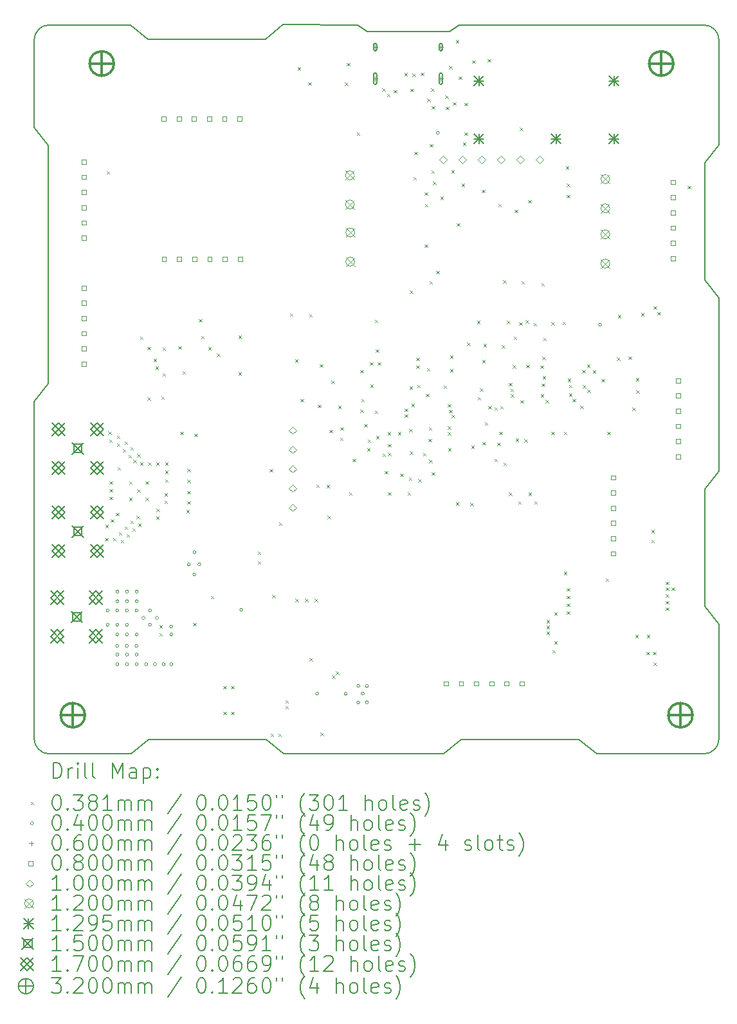
<source format=gbr>
%FSLAX45Y45*%
G04 Gerber Fmt 4.5, Leading zero omitted, Abs format (unit mm)*
G04 Created by KiCad (PCBNEW (6.0.5)) date 2022-07-09 20:19:48*
%MOMM*%
%LPD*%
G01*
G04 APERTURE LIST*
%TA.AperFunction,Profile*%
%ADD10C,0.150000*%
%TD*%
%ADD11C,0.200000*%
%ADD12C,0.038100*%
%ADD13C,0.040000*%
%ADD14C,0.060000*%
%ADD15C,0.080000*%
%ADD16C,0.100000*%
%ADD17C,0.120000*%
%ADD18C,0.129540*%
%ADD19C,0.150000*%
%ADD20C,0.170000*%
%ADD21C,0.320000*%
G04 APERTURE END LIST*
D10*
X10033610Y-5248910D02*
G75*
G03*
X9833610Y-5448910I0J-200000D01*
G01*
X9833610Y-14637410D02*
G75*
G03*
X10033610Y-14837410I200000J0D01*
G01*
X18650610Y-14837410D02*
G75*
G03*
X18850610Y-14637410I0J200000D01*
G01*
X15427610Y-5249910D02*
X15300610Y-5338810D01*
X14221110Y-5338810D02*
X14093110Y-5248910D01*
X11100160Y-5249020D02*
X10033610Y-5248910D01*
X18850610Y-5448910D02*
G75*
G03*
X18650610Y-5248910I-200000J0D01*
G01*
X18650610Y-5248910D02*
X15427610Y-5249910D01*
X9834020Y-10200840D02*
X9833610Y-14637410D01*
X15300610Y-5338810D02*
X14221110Y-5338810D01*
X12887960Y-14650720D02*
X11343640Y-14650720D01*
X12887960Y-14650720D02*
X13121640Y-14838680D01*
X11343640Y-14650720D02*
X11109960Y-14838680D01*
X18850610Y-5448910D02*
X18851880Y-6827520D01*
X18851880Y-8839200D02*
X18851880Y-11120120D01*
X18851880Y-13131800D02*
X18850610Y-14637410D01*
X18650610Y-14837410D02*
X17238370Y-14837410D01*
X11109960Y-14838680D02*
X10033610Y-14837410D01*
X13121640Y-14838680D02*
X15224760Y-14838680D01*
X10021980Y-9967160D02*
X10023000Y-6832000D01*
X11333840Y-5436980D02*
X12878160Y-5436980D01*
X17002760Y-14650720D02*
X15458440Y-14650720D01*
X9833610Y-5448910D02*
X9833020Y-6598320D01*
X14093110Y-5248910D02*
X13111840Y-5247000D01*
X18663920Y-11353800D02*
X18851880Y-11120120D01*
X10023000Y-6832000D02*
X9833020Y-6598320D01*
X12878160Y-5436980D02*
X13111840Y-5247000D01*
X18663920Y-12898120D02*
X18851880Y-13131800D01*
X18663920Y-7061200D02*
X18851880Y-6827520D01*
X10021980Y-9967160D02*
X9834020Y-10200840D01*
X11333840Y-5436980D02*
X11100160Y-5249020D01*
X18663920Y-7061200D02*
X18663920Y-8605520D01*
X17002760Y-14650720D02*
X17238370Y-14837410D01*
X15458440Y-14650720D02*
X15224760Y-14838680D01*
X18663920Y-11353800D02*
X18663920Y-12898120D01*
X18663920Y-8605520D02*
X18851880Y-8839200D01*
D11*
D12*
X10764520Y-11995150D02*
X10802620Y-12033250D01*
X10802620Y-11995150D02*
X10764520Y-12033250D01*
X10771378Y-11824716D02*
X10809478Y-11862816D01*
X10809478Y-11824716D02*
X10771378Y-11862816D01*
X10786110Y-7171254D02*
X10824210Y-7209354D01*
X10824210Y-7171254D02*
X10786110Y-7209354D01*
X10809986Y-10597642D02*
X10848086Y-10635742D01*
X10848086Y-10597642D02*
X10809986Y-10635742D01*
X10820400Y-10699750D02*
X10858500Y-10737850D01*
X10858500Y-10699750D02*
X10820400Y-10737850D01*
X10825130Y-11253200D02*
X10863230Y-11291300D01*
X10863230Y-11253200D02*
X10825130Y-11291300D01*
X10825130Y-11354800D02*
X10863230Y-11392900D01*
X10863230Y-11354800D02*
X10825130Y-11392900D01*
X10825130Y-11456400D02*
X10863230Y-11494500D01*
X10863230Y-11456400D02*
X10825130Y-11494500D01*
X10844530Y-11751564D02*
X10882630Y-11789664D01*
X10882630Y-11751564D02*
X10844530Y-11789664D01*
X10871200Y-11995150D02*
X10909300Y-12033250D01*
X10909300Y-11995150D02*
X10871200Y-12033250D01*
X10910570Y-11667236D02*
X10948670Y-11705336D01*
X10948670Y-11667236D02*
X10910570Y-11705336D01*
X10922000Y-10648950D02*
X10960100Y-10687050D01*
X10960100Y-10648950D02*
X10922000Y-10687050D01*
X10922000Y-10750550D02*
X10960100Y-10788650D01*
X10960100Y-10750550D02*
X10922000Y-10788650D01*
X10931398Y-11065764D02*
X10969498Y-11103864D01*
X10969498Y-11065764D02*
X10931398Y-11103864D01*
X10947400Y-11918950D02*
X10985500Y-11957050D01*
X10985500Y-11918950D02*
X10947400Y-11957050D01*
X10972800Y-12020550D02*
X11010900Y-12058650D01*
X11010900Y-12020550D02*
X10972800Y-12058650D01*
X10998200Y-10826750D02*
X11036300Y-10864850D01*
X11036300Y-10826750D02*
X10998200Y-10864850D01*
X11023600Y-10725150D02*
X11061700Y-10763250D01*
X11061700Y-10725150D02*
X11023600Y-10763250D01*
X11023600Y-11842750D02*
X11061700Y-11880850D01*
X11061700Y-11842750D02*
X11023600Y-11880850D01*
X11049000Y-11944350D02*
X11087100Y-11982450D01*
X11087100Y-11944350D02*
X11049000Y-11982450D01*
X11074400Y-10902950D02*
X11112500Y-10941050D01*
X11112500Y-10902950D02*
X11074400Y-10941050D01*
X11084210Y-11250660D02*
X11122310Y-11288760D01*
X11122310Y-11250660D02*
X11084210Y-11288760D01*
X11084210Y-11466560D02*
X11122310Y-11504660D01*
X11122310Y-11466560D02*
X11084210Y-11504660D01*
X11099800Y-10801350D02*
X11137900Y-10839450D01*
X11137900Y-10801350D02*
X11099800Y-10839450D01*
X11099800Y-11766550D02*
X11137900Y-11804650D01*
X11137900Y-11766550D02*
X11099800Y-11804650D01*
X11125200Y-11868150D02*
X11163300Y-11906250D01*
X11163300Y-11868150D02*
X11125200Y-11906250D01*
X11137900Y-10966450D02*
X11176000Y-11004550D01*
X11176000Y-10966450D02*
X11137900Y-11004550D01*
X11180730Y-11703050D02*
X11218830Y-11741150D01*
X11218830Y-11703050D02*
X11180730Y-11741150D01*
X11188700Y-10890250D02*
X11226800Y-10928350D01*
X11226800Y-10890250D02*
X11188700Y-10928350D01*
X11190788Y-11358765D02*
X11228888Y-11396865D01*
X11228888Y-11358765D02*
X11190788Y-11396865D01*
X11201400Y-11804650D02*
X11239500Y-11842750D01*
X11239500Y-11804650D02*
X11201400Y-11842750D01*
X11226800Y-9347200D02*
X11264900Y-9385300D01*
X11264900Y-9347200D02*
X11226800Y-9385300D01*
X11226800Y-11004280D02*
X11264900Y-11042380D01*
X11264900Y-11004280D02*
X11226800Y-11042380D01*
X11300110Y-11250660D02*
X11338210Y-11288760D01*
X11338210Y-11250660D02*
X11300110Y-11288760D01*
X11300110Y-11466560D02*
X11338210Y-11504660D01*
X11338210Y-11466560D02*
X11300110Y-11504660D01*
X11324936Y-9482702D02*
X11363036Y-9520802D01*
X11363036Y-9482702D02*
X11324936Y-9520802D01*
X11325510Y-10147300D02*
X11363610Y-10185400D01*
X11363610Y-10147300D02*
X11325510Y-10185400D01*
X11333130Y-11004280D02*
X11371230Y-11042380D01*
X11371230Y-11004280D02*
X11333130Y-11042380D01*
X11404600Y-9639300D02*
X11442700Y-9677400D01*
X11442700Y-9639300D02*
X11404600Y-9677400D01*
X11430000Y-9740901D02*
X11468100Y-9779001D01*
X11468100Y-9740901D02*
X11430000Y-9779001D01*
X11439810Y-11004280D02*
X11477910Y-11042380D01*
X11477910Y-11004280D02*
X11439810Y-11042380D01*
X11440160Y-11715480D02*
X11478260Y-11753580D01*
X11478260Y-11715480D02*
X11440160Y-11753580D01*
X11442700Y-11611610D02*
X11480800Y-11649710D01*
X11480800Y-11611610D02*
X11442700Y-11649710D01*
X11480800Y-13144500D02*
X11518900Y-13182600D01*
X11518900Y-13144500D02*
X11480800Y-13182600D01*
X11480800Y-13248490D02*
X11518900Y-13286590D01*
X11518900Y-13248490D02*
X11480800Y-13286590D01*
X11506200Y-10134600D02*
X11544300Y-10172700D01*
X11544300Y-10134600D02*
X11506200Y-10172700D01*
X11524603Y-9490753D02*
X11562703Y-9528853D01*
X11562703Y-9490753D02*
X11524603Y-9528853D01*
X11524932Y-9829684D02*
X11563032Y-9867784D01*
X11563032Y-9829684D02*
X11524932Y-9867784D01*
X11551570Y-11410680D02*
X11589670Y-11448780D01*
X11589670Y-11410680D02*
X11551570Y-11448780D01*
X11551570Y-11507200D02*
X11589670Y-11545300D01*
X11589670Y-11507200D02*
X11551570Y-11545300D01*
X11556650Y-11004280D02*
X11594750Y-11042380D01*
X11594750Y-11004280D02*
X11556650Y-11042380D01*
X11556650Y-11110960D02*
X11594750Y-11149060D01*
X11594750Y-11110960D02*
X11556650Y-11149060D01*
X11556650Y-11227800D02*
X11594750Y-11265900D01*
X11594750Y-11227800D02*
X11556650Y-11265900D01*
X11732021Y-9473414D02*
X11770121Y-9511514D01*
X11770121Y-9473414D02*
X11732021Y-9511514D01*
X11755664Y-10598150D02*
X11793764Y-10636250D01*
X11793764Y-10598150D02*
X11755664Y-10636250D01*
X11785600Y-9804400D02*
X11823700Y-9842500D01*
X11823700Y-9804400D02*
X11785600Y-9842500D01*
X11836400Y-11626851D02*
X11874500Y-11664951D01*
X11874500Y-11626851D02*
X11836400Y-11664951D01*
X11848750Y-11085560D02*
X11886850Y-11123660D01*
X11886850Y-11085560D02*
X11848750Y-11123660D01*
X11848750Y-11232880D02*
X11886850Y-11270980D01*
X11886850Y-11232880D02*
X11848750Y-11270980D01*
X11848750Y-11380200D02*
X11886850Y-11418300D01*
X11886850Y-11380200D02*
X11848750Y-11418300D01*
X11849100Y-11512550D02*
X11887200Y-11550650D01*
X11887200Y-11512550D02*
X11849100Y-11550650D01*
X11927840Y-13114020D02*
X11965940Y-13152120D01*
X11965940Y-13114020D02*
X11927840Y-13152120D01*
X11944350Y-10623550D02*
X11982450Y-10661650D01*
X11982450Y-10623550D02*
X11944350Y-10661650D01*
X12001500Y-9118600D02*
X12039600Y-9156700D01*
X12039600Y-9118600D02*
X12001500Y-9156700D01*
X12034167Y-9338562D02*
X12072267Y-9376662D01*
X12072267Y-9338562D02*
X12034167Y-9376662D01*
X12125776Y-9487795D02*
X12163876Y-9525895D01*
X12163876Y-9487795D02*
X12125776Y-9525895D01*
X12160375Y-12758546D02*
X12198475Y-12796646D01*
X12198475Y-12758546D02*
X12160375Y-12796646D01*
X12240260Y-9570720D02*
X12278360Y-9608820D01*
X12278360Y-9570720D02*
X12240260Y-9608820D01*
X12323000Y-13943510D02*
X12361100Y-13981610D01*
X12361100Y-13943510D02*
X12323000Y-13981610D01*
X12323000Y-14283510D02*
X12361100Y-14321610D01*
X12361100Y-14283510D02*
X12323000Y-14321610D01*
X12425680Y-13943510D02*
X12463780Y-13981610D01*
X12463780Y-13943510D02*
X12425680Y-13981610D01*
X12425680Y-14283510D02*
X12463780Y-14321610D01*
X12463780Y-14283510D02*
X12425680Y-14321610D01*
X12522199Y-9334501D02*
X12560299Y-9372601D01*
X12560299Y-9334501D02*
X12522199Y-9372601D01*
X12524810Y-9817100D02*
X12562910Y-9855200D01*
X12562910Y-9817100D02*
X12524810Y-9855200D01*
X12776200Y-12172950D02*
X12814300Y-12211050D01*
X12814300Y-12172950D02*
X12776200Y-12211050D01*
X12776200Y-12299950D02*
X12814300Y-12338050D01*
X12814300Y-12299950D02*
X12776200Y-12338050D01*
X12932060Y-11089370D02*
X12970160Y-11127470D01*
X12970160Y-11089370D02*
X12932060Y-11127470D01*
X12947650Y-14573070D02*
X12985750Y-14611170D01*
X12985750Y-14573070D02*
X12947650Y-14611170D01*
X12966700Y-12744450D02*
X13004800Y-12782550D01*
X13004800Y-12744450D02*
X12966700Y-12782550D01*
X13049250Y-14573070D02*
X13087350Y-14611170D01*
X13087350Y-14573070D02*
X13049250Y-14611170D01*
X13055600Y-11791950D02*
X13093700Y-11830050D01*
X13093700Y-11791950D02*
X13055600Y-11830050D01*
X13140750Y-14130950D02*
X13178850Y-14169050D01*
X13178850Y-14130950D02*
X13140750Y-14169050D01*
X13140750Y-14205950D02*
X13178850Y-14244050D01*
X13178850Y-14205950D02*
X13140750Y-14244050D01*
X13201650Y-9042400D02*
X13239750Y-9080500D01*
X13239750Y-9042400D02*
X13201650Y-9080500D01*
X13269421Y-9645650D02*
X13307521Y-9683750D01*
X13307521Y-9645650D02*
X13269421Y-9683750D01*
X13271500Y-12795250D02*
X13309600Y-12833350D01*
X13309600Y-12795250D02*
X13271500Y-12833350D01*
X13303250Y-5803900D02*
X13341350Y-5842000D01*
X13341350Y-5803900D02*
X13303250Y-5842000D01*
X13341350Y-10166350D02*
X13379450Y-10204450D01*
X13379450Y-10166350D02*
X13341350Y-10204450D01*
X13398500Y-12795250D02*
X13436600Y-12833350D01*
X13436600Y-12795250D02*
X13398500Y-12833350D01*
X13442950Y-6000750D02*
X13481050Y-6038850D01*
X13481050Y-6000750D02*
X13442950Y-6038850D01*
X13455653Y-9048750D02*
X13493753Y-9086850D01*
X13493753Y-9048750D02*
X13455653Y-9086850D01*
X13460349Y-13574649D02*
X13498449Y-13612749D01*
X13498449Y-13574649D02*
X13460349Y-13612749D01*
X13525500Y-12795250D02*
X13563600Y-12833350D01*
X13563600Y-12795250D02*
X13525500Y-12833350D01*
X13547090Y-11294110D02*
X13585190Y-11332210D01*
X13585190Y-11294110D02*
X13547090Y-11332210D01*
X13569950Y-10242550D02*
X13608050Y-10280650D01*
X13608050Y-10242550D02*
X13569950Y-10280650D01*
X13595350Y-9712009D02*
X13633450Y-9750109D01*
X13633450Y-9712009D02*
X13595350Y-9750109D01*
X13604001Y-14557333D02*
X13642101Y-14595433D01*
X13642101Y-14557333D02*
X13604001Y-14595433D01*
X13684250Y-11296650D02*
X13722350Y-11334750D01*
X13722350Y-11296650D02*
X13684250Y-11334750D01*
X13696950Y-11703050D02*
X13735050Y-11741150D01*
X13735050Y-11703050D02*
X13696950Y-11741150D01*
X13722350Y-10572750D02*
X13760450Y-10610850D01*
X13760450Y-10572750D02*
X13722350Y-10610850D01*
X13747750Y-9925048D02*
X13785850Y-9963148D01*
X13785850Y-9925048D02*
X13747750Y-9963148D01*
X13755950Y-13805950D02*
X13794050Y-13844050D01*
X13794050Y-13805950D02*
X13755950Y-13844050D01*
X13805950Y-13755950D02*
X13844050Y-13794050D01*
X13844050Y-13755950D02*
X13805950Y-13794050D01*
X13834150Y-10258050D02*
X13872250Y-10296150D01*
X13872250Y-10258050D02*
X13834150Y-10296150D01*
X13862050Y-10674350D02*
X13900150Y-10712450D01*
X13900150Y-10674350D02*
X13862050Y-10712450D01*
X13867183Y-10542532D02*
X13905283Y-10580632D01*
X13905283Y-10542532D02*
X13867183Y-10580632D01*
X13925550Y-6007100D02*
X13963650Y-6045200D01*
X13963650Y-6007100D02*
X13925550Y-6045200D01*
X13950950Y-5746747D02*
X13989050Y-5784847D01*
X13989050Y-5746747D02*
X13950950Y-5784847D01*
X13981430Y-11397742D02*
X14019530Y-11435842D01*
X14019530Y-11397742D02*
X13981430Y-11435842D01*
X14027150Y-10953750D02*
X14065250Y-10991850D01*
X14065250Y-10953750D02*
X14027150Y-10991850D01*
X14080149Y-6661506D02*
X14118249Y-6699606D01*
X14118249Y-6661506D02*
X14080149Y-6699606D01*
X14128750Y-9785350D02*
X14166850Y-9823450D01*
X14166850Y-9785350D02*
X14128750Y-9823450D01*
X14128750Y-10306050D02*
X14166850Y-10344150D01*
X14166850Y-10306050D02*
X14128750Y-10344150D01*
X14141450Y-10166349D02*
X14179550Y-10204449D01*
X14179550Y-10166349D02*
X14141450Y-10204449D01*
X14179550Y-10496550D02*
X14217650Y-10534650D01*
X14217650Y-10496550D02*
X14179550Y-10534650D01*
X14217650Y-10814050D02*
X14255750Y-10852150D01*
X14255750Y-10814050D02*
X14217650Y-10852150D01*
X14225950Y-10700010D02*
X14264050Y-10738110D01*
X14264050Y-10700010D02*
X14225950Y-10738110D01*
X14255750Y-9683754D02*
X14293850Y-9721854D01*
X14293850Y-9683754D02*
X14255750Y-9721854D01*
X14259676Y-9975851D02*
X14297776Y-10013951D01*
X14297776Y-9975851D02*
X14259676Y-10013951D01*
X14316325Y-10319705D02*
X14354425Y-10357805D01*
X14354425Y-10319705D02*
X14316325Y-10357805D01*
X14319250Y-9124950D02*
X14357350Y-9163050D01*
X14357350Y-9124950D02*
X14319250Y-9163050D01*
X14330806Y-9517505D02*
X14368906Y-9555605D01*
X14368906Y-9517505D02*
X14330806Y-9555605D01*
X14337030Y-10654030D02*
X14375130Y-10692130D01*
X14375130Y-10654030D02*
X14337030Y-10692130D01*
X14357350Y-9683750D02*
X14395450Y-9721850D01*
X14395450Y-9683750D02*
X14357350Y-9721850D01*
X14416278Y-6083046D02*
X14454378Y-6121146D01*
X14454378Y-6083046D02*
X14416278Y-6121146D01*
X14418229Y-10887710D02*
X14456329Y-10925810D01*
X14456329Y-10887710D02*
X14418229Y-10925810D01*
X14451612Y-11117464D02*
X14489712Y-11155564D01*
X14489712Y-11117464D02*
X14451612Y-11155564D01*
X14479270Y-6153150D02*
X14517370Y-6191250D01*
X14517370Y-6153150D02*
X14479270Y-6191250D01*
X14489430Y-10603230D02*
X14527530Y-10641330D01*
X14527530Y-10603230D02*
X14489430Y-10641330D01*
X14490252Y-11397742D02*
X14528352Y-11435842D01*
X14528352Y-11397742D02*
X14490252Y-11435842D01*
X14491890Y-10877436D02*
X14529990Y-10915536D01*
X14529990Y-10877436D02*
X14491890Y-10915536D01*
X14492208Y-10761090D02*
X14530308Y-10799190D01*
X14530308Y-10761090D02*
X14492208Y-10799190D01*
X14569001Y-6102350D02*
X14607101Y-6140450D01*
X14607101Y-6102350D02*
X14569001Y-6140450D01*
X14621510Y-10603230D02*
X14659610Y-10641330D01*
X14659610Y-10603230D02*
X14621510Y-10641330D01*
X14652659Y-11149091D02*
X14690759Y-11187191D01*
X14690759Y-11149091D02*
X14652659Y-11187191D01*
X14707869Y-5878830D02*
X14745969Y-5916930D01*
X14745969Y-5878830D02*
X14707869Y-5916930D01*
X14709980Y-10372520D02*
X14748080Y-10410620D01*
X14748080Y-10372520D02*
X14709980Y-10410620D01*
X14712950Y-10293350D02*
X14751050Y-10331450D01*
X14751050Y-10293350D02*
X14712950Y-10331450D01*
X14748510Y-11395710D02*
X14786610Y-11433810D01*
X14786610Y-11395710D02*
X14748510Y-11433810D01*
X14768830Y-11200130D02*
X14806930Y-11238230D01*
X14806930Y-11200130D02*
X14768830Y-11238230D01*
X14770100Y-10560050D02*
X14808200Y-10598150D01*
X14808200Y-10560050D02*
X14770100Y-10598150D01*
X14776450Y-10001249D02*
X14814550Y-10039349D01*
X14814550Y-10001249D02*
X14776450Y-10039349D01*
X14778736Y-8743696D02*
X14816836Y-8781796D01*
X14816836Y-8743696D02*
X14778736Y-8781796D01*
X14778956Y-10858953D02*
X14817056Y-10897053D01*
X14817056Y-10858953D02*
X14778956Y-10897053D01*
X14786610Y-6087110D02*
X14824710Y-6125210D01*
X14824710Y-6087110D02*
X14786610Y-6125210D01*
X14801852Y-10229850D02*
X14839952Y-10267950D01*
X14839952Y-10229850D02*
X14801852Y-10267950D01*
X14812010Y-5886450D02*
X14850110Y-5924550D01*
X14850110Y-5886450D02*
X14812010Y-5924550D01*
X14827254Y-7245350D02*
X14865354Y-7283450D01*
X14865354Y-7245350D02*
X14827254Y-7283450D01*
X14839950Y-6915150D02*
X14878050Y-6953250D01*
X14878050Y-6915150D02*
X14839950Y-6953250D01*
X14865351Y-9626600D02*
X14903451Y-9664700D01*
X14903451Y-9626600D02*
X14865351Y-9664700D01*
X14866450Y-9728200D02*
X14904550Y-9766300D01*
X14904550Y-9728200D02*
X14866450Y-9766300D01*
X14878732Y-9983839D02*
X14916832Y-10021939D01*
X14916832Y-9983839D02*
X14878732Y-10021939D01*
X14890750Y-11220450D02*
X14928850Y-11258550D01*
X14928850Y-11220450D02*
X14890750Y-11258550D01*
X14922502Y-5873750D02*
X14960602Y-5911850D01*
X14960602Y-5873750D02*
X14922502Y-5911850D01*
X14954250Y-10877550D02*
X14992350Y-10915650D01*
X14992350Y-10877550D02*
X14954250Y-10915650D01*
X14973300Y-7448550D02*
X15011400Y-7486650D01*
X15011400Y-7448550D02*
X14973300Y-7486650D01*
X14973300Y-8134350D02*
X15011400Y-8172450D01*
X15011400Y-8134350D02*
X14973300Y-8172450D01*
X14979650Y-7600950D02*
X15017750Y-7639050D01*
X15017750Y-7600950D02*
X14979650Y-7639050D01*
X14989810Y-10100310D02*
X15027910Y-10138410D01*
X15027910Y-10100310D02*
X14989810Y-10138410D01*
X15005050Y-9759949D02*
X15043150Y-9798049D01*
X15043150Y-9759949D02*
X15005050Y-9798049D01*
X15010130Y-6219190D02*
X15048230Y-6257290D01*
X15048230Y-6219190D02*
X15010130Y-6257290D01*
X15025370Y-10692130D02*
X15063470Y-10730230D01*
X15063470Y-10692130D02*
X15025370Y-10730230D01*
X15030450Y-10542269D02*
X15068550Y-10580369D01*
X15068550Y-10542269D02*
X15030450Y-10580369D01*
X15035515Y-10966944D02*
X15073615Y-11005044D01*
X15073615Y-10966944D02*
X15035515Y-11005044D01*
X15036800Y-8616950D02*
X15074900Y-8655050D01*
X15074900Y-8616950D02*
X15036800Y-8655050D01*
X15043150Y-6813550D02*
X15081250Y-6851650D01*
X15081250Y-6813550D02*
X15043150Y-6851650D01*
X15058390Y-6084570D02*
X15096490Y-6122670D01*
X15096490Y-6084570D02*
X15058390Y-6122670D01*
X15063433Y-7164107D02*
X15101533Y-7202207D01*
X15101533Y-7164107D02*
X15063433Y-7202207D01*
X15066010Y-6315710D02*
X15104110Y-6353810D01*
X15104110Y-6315710D02*
X15066010Y-6353810D01*
X15068550Y-11131550D02*
X15106650Y-11169650D01*
X15106650Y-11131550D02*
X15068550Y-11169650D01*
X15083790Y-7308850D02*
X15121890Y-7346950D01*
X15121890Y-7308850D02*
X15083790Y-7346950D01*
X15125700Y-8483600D02*
X15163800Y-8521700D01*
X15163800Y-8483600D02*
X15125700Y-8521700D01*
X15182850Y-7505700D02*
X15220950Y-7543800D01*
X15220950Y-7505700D02*
X15182850Y-7543800D01*
X15223490Y-9988550D02*
X15261590Y-10026650D01*
X15261590Y-9988550D02*
X15223490Y-10026650D01*
X15243810Y-6176010D02*
X15281910Y-6214110D01*
X15281910Y-6176010D02*
X15243810Y-6214110D01*
X15254354Y-6324855D02*
X15292454Y-6362955D01*
X15292454Y-6324855D02*
X15254354Y-6362955D01*
X15278100Y-10528300D02*
X15316200Y-10566400D01*
X15316200Y-10528300D02*
X15278100Y-10566400D01*
X15279370Y-10603230D02*
X15317470Y-10641330D01*
X15317470Y-10603230D02*
X15279370Y-10641330D01*
X15280894Y-10237216D02*
X15318994Y-10275316D01*
X15318994Y-10237216D02*
X15280894Y-10275316D01*
X15284450Y-10814050D02*
X15322550Y-10852150D01*
X15322550Y-10814050D02*
X15284450Y-10852150D01*
X15295070Y-10314125D02*
X15333170Y-10352225D01*
X15333170Y-10314125D02*
X15295070Y-10352225D01*
X15297150Y-5788661D02*
X15335250Y-5826761D01*
X15335250Y-5788661D02*
X15297150Y-5826761D01*
X15309850Y-9594850D02*
X15347950Y-9632950D01*
X15347950Y-9594850D02*
X15309850Y-9632950D01*
X15309850Y-9772650D02*
X15347950Y-9810750D01*
X15347950Y-9772650D02*
X15309850Y-9810750D01*
X15325090Y-7156450D02*
X15363190Y-7194550D01*
X15363190Y-7156450D02*
X15325090Y-7194550D01*
X15328946Y-10376660D02*
X15367046Y-10414760D01*
X15367046Y-10376660D02*
X15328946Y-10414760D01*
X15348204Y-6265418D02*
X15386304Y-6303518D01*
X15386304Y-6265418D02*
X15348204Y-6303518D01*
X15386050Y-11525250D02*
X15424150Y-11563350D01*
X15424150Y-11525250D02*
X15386050Y-11563350D01*
X15387065Y-5449937D02*
X15425165Y-5488037D01*
X15425165Y-5449937D02*
X15387065Y-5488037D01*
X15398750Y-7854955D02*
X15436850Y-7893055D01*
X15436850Y-7854955D02*
X15398750Y-7893055D01*
X15424150Y-5924548D02*
X15462250Y-5962648D01*
X15462250Y-5924548D02*
X15424150Y-5962648D01*
X15462250Y-7334250D02*
X15500350Y-7372350D01*
X15500350Y-7334250D02*
X15462250Y-7372350D01*
X15477490Y-6793230D02*
X15515590Y-6831330D01*
X15515590Y-6793230D02*
X15477490Y-6831330D01*
X15500350Y-6275070D02*
X15538450Y-6313170D01*
X15538450Y-6275070D02*
X15500350Y-6313170D01*
X15501369Y-6661429D02*
X15539469Y-6699529D01*
X15539469Y-6661429D02*
X15501369Y-6699529D01*
X15531592Y-9429496D02*
X15569692Y-9467596D01*
X15569692Y-9429496D02*
X15531592Y-9467596D01*
X15573692Y-11535092D02*
X15611792Y-11573192D01*
X15611792Y-11535092D02*
X15573692Y-11573192D01*
X15589250Y-10781409D02*
X15627350Y-10819509D01*
X15627350Y-10781409D02*
X15589250Y-10819509D01*
X15601950Y-5715000D02*
X15640050Y-5753100D01*
X15640050Y-5715000D02*
X15601950Y-5753100D01*
X15665450Y-9137650D02*
X15703550Y-9175750D01*
X15703550Y-9137650D02*
X15665450Y-9175750D01*
X15673578Y-10143998D02*
X15711678Y-10182098D01*
X15711678Y-10143998D02*
X15673578Y-10182098D01*
X15703550Y-10026650D02*
X15741650Y-10064750D01*
X15741650Y-10026650D02*
X15703550Y-10064750D01*
X15728949Y-7416801D02*
X15767049Y-7454901D01*
X15767049Y-7416801D02*
X15728949Y-7454901D01*
X15731744Y-9656826D02*
X15769844Y-9694926D01*
X15769844Y-9656826D02*
X15731744Y-9694926D01*
X15736817Y-10736388D02*
X15774917Y-10774488D01*
X15774917Y-10736388D02*
X15736817Y-10774488D01*
X15749778Y-9443466D02*
X15787878Y-9481566D01*
X15787878Y-9443466D02*
X15749778Y-9481566D01*
X15767050Y-10471150D02*
X15805150Y-10509250D01*
X15805150Y-10471150D02*
X15767050Y-10509250D01*
X15805150Y-5695950D02*
X15843250Y-5734050D01*
X15843250Y-5695950D02*
X15805150Y-5734050D01*
X15811500Y-10261600D02*
X15849600Y-10299700D01*
X15849600Y-10261600D02*
X15811500Y-10299700D01*
X15894050Y-10278590D02*
X15932150Y-10316690D01*
X15932150Y-10278590D02*
X15894050Y-10316690D01*
X15894050Y-10953750D02*
X15932150Y-10991850D01*
X15932150Y-10953750D02*
X15894050Y-10991850D01*
X15932150Y-10742164D02*
X15970250Y-10780264D01*
X15970250Y-10742164D02*
X15932150Y-10780264D01*
X15944850Y-7600955D02*
X15982950Y-7639055D01*
X15982950Y-7600955D02*
X15944850Y-7639055D01*
X15957550Y-10601641D02*
X15995650Y-10639741D01*
X15995650Y-10601641D02*
X15957550Y-10639741D01*
X15969004Y-10260557D02*
X16007104Y-10298657D01*
X16007104Y-10260557D02*
X15969004Y-10298657D01*
X15990062Y-9460104D02*
X16028162Y-9498204D01*
X16028162Y-9460104D02*
X15990062Y-9498204D01*
X16008350Y-8604250D02*
X16046450Y-8642350D01*
X16046450Y-8604250D02*
X16008350Y-8642350D01*
X16011842Y-11007408D02*
X16049942Y-11045508D01*
X16049942Y-11007408D02*
X16011842Y-11045508D01*
X16059150Y-9137650D02*
X16097250Y-9175750D01*
X16097250Y-9137650D02*
X16059150Y-9175750D01*
X16084550Y-9956800D02*
X16122650Y-9994900D01*
X16122650Y-9956800D02*
X16084550Y-9994900D01*
X16084550Y-11400790D02*
X16122650Y-11438890D01*
X16122650Y-11400790D02*
X16084550Y-11438890D01*
X16103600Y-10033000D02*
X16141700Y-10071100D01*
X16141700Y-10033000D02*
X16103600Y-10071100D01*
X16109394Y-10103885D02*
X16147494Y-10141985D01*
X16147494Y-10103885D02*
X16109394Y-10141985D01*
X16135350Y-9721850D02*
X16173450Y-9759950D01*
X16173450Y-9721850D02*
X16135350Y-9759950D01*
X16146526Y-9349104D02*
X16184626Y-9387204D01*
X16184626Y-9349104D02*
X16146526Y-9387204D01*
X16160750Y-7677150D02*
X16198850Y-7715250D01*
X16198850Y-7677150D02*
X16160750Y-7715250D01*
X16173450Y-10687050D02*
X16211550Y-10725150D01*
X16211550Y-10687050D02*
X16173450Y-10725150D01*
X16206470Y-11512550D02*
X16244570Y-11550650D01*
X16244570Y-11512550D02*
X16206470Y-11550650D01*
X16219424Y-9162542D02*
X16257524Y-9200642D01*
X16257524Y-9162542D02*
X16219424Y-9200642D01*
X16229550Y-6600190D02*
X16267650Y-6638290D01*
X16267650Y-6600190D02*
X16229550Y-6638290D01*
X16234410Y-10185400D02*
X16272510Y-10223500D01*
X16272510Y-10185400D02*
X16234410Y-10223500D01*
X16249650Y-8616954D02*
X16287750Y-8655054D01*
X16287750Y-8616954D02*
X16249650Y-8655054D01*
X16284891Y-10697435D02*
X16322991Y-10735535D01*
X16322991Y-10697435D02*
X16284891Y-10735535D01*
X16303752Y-9129522D02*
X16341852Y-9167622D01*
X16341852Y-9129522D02*
X16303752Y-9167622D01*
X16311880Y-9720834D02*
X16349980Y-9758934D01*
X16349980Y-9720834D02*
X16311880Y-9758934D01*
X16338550Y-7550149D02*
X16376650Y-7588249D01*
X16376650Y-7550149D02*
X16338550Y-7588249D01*
X16343630Y-11400790D02*
X16381730Y-11438890D01*
X16381730Y-11400790D02*
X16343630Y-11438890D01*
X16407638Y-9170162D02*
X16445738Y-9208262D01*
X16445738Y-9170162D02*
X16407638Y-9208262D01*
X16419830Y-11512550D02*
X16457930Y-11550650D01*
X16457930Y-11512550D02*
X16419830Y-11550650D01*
X16497300Y-9728200D02*
X16535400Y-9766300D01*
X16535400Y-9728200D02*
X16497300Y-9766300D01*
X16503185Y-10102850D02*
X16541285Y-10140950D01*
X16541285Y-10102850D02*
X16503185Y-10140950D01*
X16510000Y-8642350D02*
X16548100Y-8680450D01*
X16548100Y-8642350D02*
X16510000Y-8680450D01*
X16516308Y-9963150D02*
X16554408Y-10001250D01*
X16554408Y-9963150D02*
X16516308Y-10001250D01*
X16522700Y-9613900D02*
X16560800Y-9652000D01*
X16560800Y-9613900D02*
X16522700Y-9652000D01*
X16529370Y-9866289D02*
X16567470Y-9904389D01*
X16567470Y-9866289D02*
X16529370Y-9904389D01*
X16535908Y-9364980D02*
X16574008Y-9403080D01*
X16574008Y-9364980D02*
X16535908Y-9403080D01*
X16567150Y-10179050D02*
X16605250Y-10217150D01*
X16605250Y-10179050D02*
X16567150Y-10217150D01*
X16579850Y-13074650D02*
X16617950Y-13112750D01*
X16617950Y-13074650D02*
X16579850Y-13112750D01*
X16579850Y-13150850D02*
X16617950Y-13188950D01*
X16617950Y-13150850D02*
X16579850Y-13188950D01*
X16579850Y-13227050D02*
X16617950Y-13265150D01*
X16617950Y-13227050D02*
X16579850Y-13265150D01*
X16640808Y-9155908D02*
X16678908Y-9194008D01*
X16678908Y-9155908D02*
X16640808Y-9194008D01*
X16643350Y-10598150D02*
X16681450Y-10636250D01*
X16681450Y-10598150D02*
X16643350Y-10636250D01*
X16656050Y-13468350D02*
X16694150Y-13506450D01*
X16694150Y-13468350D02*
X16656050Y-13506450D01*
X16681450Y-12973050D02*
X16719550Y-13011150D01*
X16719550Y-12973050D02*
X16681450Y-13011150D01*
X16681450Y-13354050D02*
X16719550Y-13392150D01*
X16719550Y-13354050D02*
X16681450Y-13392150D01*
X16791940Y-9153906D02*
X16830040Y-9192006D01*
X16830040Y-9153906D02*
X16791940Y-9192006D01*
X16808450Y-12439650D02*
X16846550Y-12477750D01*
X16846550Y-12439650D02*
X16808450Y-12477750D01*
X16808450Y-10598150D02*
X16846550Y-10636250D01*
X16846550Y-10598150D02*
X16808450Y-10636250D01*
X16831300Y-7105650D02*
X16869400Y-7143750D01*
X16869400Y-7105650D02*
X16831300Y-7143750D01*
X16846550Y-7336800D02*
X16884650Y-7374900D01*
X16884650Y-7336800D02*
X16846550Y-7374900D01*
X16846550Y-7484100D02*
X16884650Y-7522200D01*
X16884650Y-7484100D02*
X16846550Y-7522200D01*
X16846550Y-12655550D02*
X16884650Y-12693650D01*
X16884650Y-12655550D02*
X16846550Y-12693650D01*
X16846550Y-12757150D02*
X16884650Y-12795250D01*
X16884650Y-12757150D02*
X16846550Y-12795250D01*
X16846550Y-12858750D02*
X16884650Y-12896850D01*
X16884650Y-12858750D02*
X16846550Y-12896850D01*
X16846550Y-12960350D02*
X16884650Y-12998450D01*
X16884650Y-12960350D02*
X16846550Y-12998450D01*
X16859250Y-9899650D02*
X16897350Y-9937750D01*
X16897350Y-9899650D02*
X16859250Y-9937750D01*
X16875003Y-9983850D02*
X16913103Y-10021950D01*
X16913103Y-9983850D02*
X16875003Y-10021950D01*
X16875643Y-10094850D02*
X16913743Y-10132950D01*
X16913743Y-10094850D02*
X16875643Y-10132950D01*
X16922562Y-10169022D02*
X16960662Y-10207122D01*
X16960662Y-10169022D02*
X16922562Y-10207122D01*
X17024350Y-10255250D02*
X17062450Y-10293350D01*
X17062450Y-10255250D02*
X17024350Y-10293350D01*
X17049750Y-9786748D02*
X17087850Y-9824848D01*
X17087850Y-9786748D02*
X17049750Y-9824848D01*
X17057560Y-9985600D02*
X17095660Y-10023700D01*
X17095660Y-9985600D02*
X17057560Y-10023700D01*
X17110545Y-9714144D02*
X17148645Y-9752244D01*
X17148645Y-9714144D02*
X17110545Y-9752244D01*
X17117074Y-10045910D02*
X17155174Y-10084010D01*
X17155174Y-10045910D02*
X17117074Y-10084010D01*
X17186560Y-9790160D02*
X17224660Y-9828260D01*
X17224660Y-9790160D02*
X17186560Y-9828260D01*
X17300860Y-9904460D02*
X17338960Y-9942560D01*
X17338960Y-9904460D02*
X17300860Y-9942560D01*
X17356750Y-12530750D02*
X17394850Y-12568850D01*
X17394850Y-12530750D02*
X17356750Y-12568850D01*
X17379950Y-10598153D02*
X17418050Y-10636253D01*
X17418050Y-10598153D02*
X17379950Y-10636253D01*
X17506950Y-9620248D02*
X17545050Y-9658348D01*
X17545050Y-9620248D02*
X17506950Y-9658348D01*
X17519650Y-9061450D02*
X17557750Y-9099550D01*
X17557750Y-9061450D02*
X17519650Y-9099550D01*
X17659350Y-9607545D02*
X17697450Y-9645645D01*
X17697450Y-9607545D02*
X17659350Y-9645645D01*
X17710149Y-10280650D02*
X17748249Y-10318750D01*
X17748249Y-10280650D02*
X17710149Y-10318750D01*
X17745710Y-13270230D02*
X17783810Y-13308330D01*
X17783810Y-13270230D02*
X17745710Y-13308330D01*
X17754601Y-9893300D02*
X17792701Y-9931400D01*
X17792701Y-9893300D02*
X17754601Y-9931400D01*
X17760950Y-10052050D02*
X17799050Y-10090150D01*
X17799050Y-10052050D02*
X17760950Y-10090150D01*
X17824450Y-9036049D02*
X17862550Y-9074149D01*
X17862550Y-9036049D02*
X17824450Y-9074149D01*
X17895570Y-13493750D02*
X17933670Y-13531850D01*
X17933670Y-13493750D02*
X17895570Y-13531850D01*
X17900650Y-13270230D02*
X17938750Y-13308330D01*
X17938750Y-13270230D02*
X17900650Y-13308330D01*
X17957831Y-11892311D02*
X17995931Y-11930411D01*
X17995931Y-11892311D02*
X17957831Y-11930411D01*
X17959070Y-12020550D02*
X17997170Y-12058650D01*
X17997170Y-12020550D02*
X17959070Y-12058650D01*
X17981930Y-13493750D02*
X18020030Y-13531850D01*
X18020030Y-13493750D02*
X17981930Y-13531850D01*
X17989546Y-8947150D02*
X18027646Y-8985250D01*
X18027646Y-8947150D02*
X17989546Y-8985250D01*
X17989550Y-13633450D02*
X18027650Y-13671550D01*
X18027650Y-13633450D02*
X17989550Y-13671550D01*
X18040350Y-9023350D02*
X18078450Y-9061450D01*
X18078450Y-9023350D02*
X18040350Y-9061450D01*
X18149750Y-12571550D02*
X18187850Y-12609650D01*
X18187850Y-12571550D02*
X18149750Y-12609650D01*
X18149750Y-12650650D02*
X18187850Y-12688750D01*
X18187850Y-12650650D02*
X18149750Y-12688750D01*
X18149750Y-12736650D02*
X18187850Y-12774750D01*
X18187850Y-12736650D02*
X18149750Y-12774750D01*
X18149750Y-12825550D02*
X18187850Y-12863650D01*
X18187850Y-12825550D02*
X18149750Y-12863650D01*
X18149750Y-12909550D02*
X18187850Y-12947650D01*
X18187850Y-12909550D02*
X18149750Y-12947650D01*
X18225950Y-12650650D02*
X18264050Y-12688750D01*
X18264050Y-12650650D02*
X18225950Y-12688750D01*
X18436590Y-7367270D02*
X18474690Y-7405370D01*
X18474690Y-7367270D02*
X18436590Y-7405370D01*
D13*
X10821350Y-13139750D02*
G75*
G03*
X10821350Y-13139750I-20000J0D01*
G01*
X10821858Y-12952806D02*
G75*
G03*
X10821858Y-12952806I-20000J0D01*
G01*
X10948350Y-13139750D02*
G75*
G03*
X10948350Y-13139750I-20000J0D01*
G01*
X10948350Y-13266750D02*
G75*
G03*
X10948350Y-13266750I-20000J0D01*
G01*
X10948350Y-13417550D02*
G75*
G03*
X10948350Y-13417550I-20000J0D01*
G01*
X10948350Y-13531850D02*
G75*
G03*
X10948350Y-13531850I-20000J0D01*
G01*
X10948350Y-13658850D02*
G75*
G03*
X10948350Y-13658850I-20000J0D01*
G01*
X10948858Y-12703886D02*
G75*
G03*
X10948858Y-12703886I-20000J0D01*
G01*
X10948858Y-12830886D02*
G75*
G03*
X10948858Y-12830886I-20000J0D01*
G01*
X10948858Y-12952806D02*
G75*
G03*
X10948858Y-12952806I-20000J0D01*
G01*
X11075350Y-13139750D02*
G75*
G03*
X11075350Y-13139750I-20000J0D01*
G01*
X11075350Y-13266750D02*
G75*
G03*
X11075350Y-13266750I-20000J0D01*
G01*
X11075350Y-13417550D02*
G75*
G03*
X11075350Y-13417550I-20000J0D01*
G01*
X11075350Y-13531850D02*
G75*
G03*
X11075350Y-13531850I-20000J0D01*
G01*
X11075350Y-13658850D02*
G75*
G03*
X11075350Y-13658850I-20000J0D01*
G01*
X11075858Y-12703886D02*
G75*
G03*
X11075858Y-12703886I-20000J0D01*
G01*
X11075858Y-12830886D02*
G75*
G03*
X11075858Y-12830886I-20000J0D01*
G01*
X11075858Y-12952806D02*
G75*
G03*
X11075858Y-12952806I-20000J0D01*
G01*
X11202350Y-13266750D02*
G75*
G03*
X11202350Y-13266750I-20000J0D01*
G01*
X11202350Y-13417550D02*
G75*
G03*
X11202350Y-13417550I-20000J0D01*
G01*
X11202350Y-13531850D02*
G75*
G03*
X11202350Y-13531850I-20000J0D01*
G01*
X11202350Y-13658850D02*
G75*
G03*
X11202350Y-13658850I-20000J0D01*
G01*
X11202858Y-12703886D02*
G75*
G03*
X11202858Y-12703886I-20000J0D01*
G01*
X11202858Y-12830886D02*
G75*
G03*
X11202858Y-12830886I-20000J0D01*
G01*
X11202858Y-12952806D02*
G75*
G03*
X11202858Y-12952806I-20000J0D01*
G01*
X11291250Y-13049250D02*
G75*
G03*
X11291250Y-13049250I-20000J0D01*
G01*
X11329350Y-13658850D02*
G75*
G03*
X11329350Y-13658850I-20000J0D01*
G01*
X11380150Y-12952806D02*
G75*
G03*
X11380150Y-12952806I-20000J0D01*
G01*
X11380150Y-13138150D02*
G75*
G03*
X11380150Y-13138150I-20000J0D01*
G01*
X11443650Y-13658850D02*
G75*
G03*
X11443650Y-13658850I-20000J0D01*
G01*
X11469050Y-13049250D02*
G75*
G03*
X11469050Y-13049250I-20000J0D01*
G01*
X11557950Y-13658850D02*
G75*
G03*
X11557950Y-13658850I-20000J0D01*
G01*
X11659550Y-13163550D02*
G75*
G03*
X11659550Y-13163550I-20000J0D01*
G01*
X11659550Y-13266750D02*
G75*
G03*
X11659550Y-13266750I-20000J0D01*
G01*
X11659550Y-13658850D02*
G75*
G03*
X11659550Y-13658850I-20000J0D01*
G01*
X11888860Y-12344400D02*
G75*
G03*
X11888860Y-12344400I-20000J0D01*
G01*
X11964350Y-12185650D02*
G75*
G03*
X11964350Y-12185650I-20000J0D01*
G01*
X11964350Y-12477750D02*
G75*
G03*
X11964350Y-12477750I-20000J0D01*
G01*
X12027850Y-12344400D02*
G75*
G03*
X12027850Y-12344400I-20000J0D01*
G01*
X12580300Y-12941300D02*
G75*
G03*
X12580300Y-12941300I-20000J0D01*
G01*
X13580000Y-14046200D02*
G75*
G03*
X13580000Y-14046200I-20000J0D01*
G01*
X13956200Y-14046200D02*
G75*
G03*
X13956200Y-14046200I-20000J0D01*
G01*
X14121300Y-13944600D02*
G75*
G03*
X14121300Y-13944600I-20000J0D01*
G01*
X14121300Y-14160500D02*
G75*
G03*
X14121300Y-14160500I-20000J0D01*
G01*
X14180000Y-14046200D02*
G75*
G03*
X14180000Y-14046200I-20000J0D01*
G01*
X14235600Y-13944600D02*
G75*
G03*
X14235600Y-13944600I-20000J0D01*
G01*
X14235600Y-14160500D02*
G75*
G03*
X14235600Y-14160500I-20000J0D01*
G01*
X15168560Y-6667500D02*
G75*
G03*
X15168560Y-6667500I-20000J0D01*
G01*
X17304703Y-9194800D02*
G75*
G03*
X17304703Y-9194800I-20000J0D01*
G01*
D14*
X14323200Y-5511300D02*
X14323200Y-5571300D01*
X14293200Y-5541300D02*
X14353200Y-5541300D01*
D11*
X14343200Y-5571300D02*
X14343200Y-5511300D01*
X14303200Y-5571300D02*
X14303200Y-5511300D01*
X14343200Y-5511300D02*
G75*
G03*
X14303200Y-5511300I-20000J0D01*
G01*
X14303200Y-5571300D02*
G75*
G03*
X14343200Y-5571300I20000J0D01*
G01*
D14*
X14323200Y-5926300D02*
X14323200Y-5986300D01*
X14293200Y-5956300D02*
X14353200Y-5956300D01*
D11*
X14343200Y-6011300D02*
X14343200Y-5901300D01*
X14303200Y-6011300D02*
X14303200Y-5901300D01*
X14343200Y-5901300D02*
G75*
G03*
X14303200Y-5901300I-20000J0D01*
G01*
X14303200Y-6011300D02*
G75*
G03*
X14343200Y-6011300I20000J0D01*
G01*
D14*
X15187200Y-5511300D02*
X15187200Y-5571300D01*
X15157200Y-5541300D02*
X15217200Y-5541300D01*
D11*
X15207200Y-5571300D02*
X15207200Y-5511300D01*
X15167200Y-5571300D02*
X15167200Y-5511300D01*
X15207200Y-5511300D02*
G75*
G03*
X15167200Y-5511300I-20000J0D01*
G01*
X15167200Y-5571300D02*
G75*
G03*
X15207200Y-5571300I20000J0D01*
G01*
D14*
X15187200Y-5926300D02*
X15187200Y-5986300D01*
X15157200Y-5956300D02*
X15217200Y-5956300D01*
D11*
X15207200Y-6011300D02*
X15207200Y-5901300D01*
X15167200Y-6011300D02*
X15167200Y-5901300D01*
X15207200Y-5901300D02*
G75*
G03*
X15167200Y-5901300I-20000J0D01*
G01*
X15167200Y-6011300D02*
G75*
G03*
X15207200Y-6011300I20000J0D01*
G01*
D15*
X10518485Y-7078434D02*
X10518485Y-7021865D01*
X10461916Y-7021865D01*
X10461916Y-7078434D01*
X10518485Y-7078434D01*
X10518485Y-7278434D02*
X10518485Y-7221865D01*
X10461916Y-7221865D01*
X10461916Y-7278434D01*
X10518485Y-7278434D01*
X10518485Y-7478434D02*
X10518485Y-7421865D01*
X10461916Y-7421865D01*
X10461916Y-7478434D01*
X10518485Y-7478434D01*
X10518485Y-7678434D02*
X10518485Y-7621865D01*
X10461916Y-7621865D01*
X10461916Y-7678434D01*
X10518485Y-7678434D01*
X10518485Y-7878434D02*
X10518485Y-7821865D01*
X10461916Y-7821865D01*
X10461916Y-7878434D01*
X10518485Y-7878434D01*
X10518485Y-8078434D02*
X10518485Y-8021865D01*
X10461916Y-8021865D01*
X10461916Y-8078434D01*
X10518485Y-8078434D01*
X10518485Y-8735785D02*
X10518485Y-8679216D01*
X10461916Y-8679216D01*
X10461916Y-8735785D01*
X10518485Y-8735785D01*
X10518485Y-8935785D02*
X10518485Y-8879216D01*
X10461916Y-8879216D01*
X10461916Y-8935785D01*
X10518485Y-8935785D01*
X10518485Y-9135785D02*
X10518485Y-9079216D01*
X10461916Y-9079216D01*
X10461916Y-9135785D01*
X10518485Y-9135785D01*
X10518485Y-9335785D02*
X10518485Y-9279216D01*
X10461916Y-9279216D01*
X10461916Y-9335785D01*
X10518485Y-9335785D01*
X10518485Y-9535785D02*
X10518485Y-9479216D01*
X10461916Y-9479216D01*
X10461916Y-9535785D01*
X10518485Y-9535785D01*
X10518485Y-9735785D02*
X10518485Y-9679216D01*
X10461916Y-9679216D01*
X10461916Y-9735785D01*
X10518485Y-9735785D01*
X11567884Y-6510364D02*
X11567884Y-6453795D01*
X11511315Y-6453795D01*
X11511315Y-6510364D01*
X11567884Y-6510364D01*
X11572964Y-8359484D02*
X11572964Y-8302915D01*
X11516395Y-8302915D01*
X11516395Y-8359484D01*
X11572964Y-8359484D01*
X11767884Y-6510364D02*
X11767884Y-6453795D01*
X11711315Y-6453795D01*
X11711315Y-6510364D01*
X11767884Y-6510364D01*
X11772964Y-8359484D02*
X11772964Y-8302915D01*
X11716395Y-8302915D01*
X11716395Y-8359484D01*
X11772964Y-8359484D01*
X11967884Y-6510364D02*
X11967884Y-6453795D01*
X11911315Y-6453795D01*
X11911315Y-6510364D01*
X11967884Y-6510364D01*
X11972964Y-8359484D02*
X11972964Y-8302915D01*
X11916395Y-8302915D01*
X11916395Y-8359484D01*
X11972964Y-8359484D01*
X12167884Y-6510364D02*
X12167884Y-6453795D01*
X12111315Y-6453795D01*
X12111315Y-6510364D01*
X12167884Y-6510364D01*
X12172964Y-8359484D02*
X12172964Y-8302915D01*
X12116395Y-8302915D01*
X12116395Y-8359484D01*
X12172964Y-8359484D01*
X12367884Y-6510364D02*
X12367884Y-6453795D01*
X12311315Y-6453795D01*
X12311315Y-6510364D01*
X12367884Y-6510364D01*
X12372964Y-8359484D02*
X12372964Y-8302915D01*
X12316395Y-8302915D01*
X12316395Y-8359484D01*
X12372964Y-8359484D01*
X12567884Y-6510364D02*
X12567884Y-6453795D01*
X12511315Y-6453795D01*
X12511315Y-6510364D01*
X12567884Y-6510364D01*
X12572964Y-8359484D02*
X12572964Y-8302915D01*
X12516395Y-8302915D01*
X12516395Y-8359484D01*
X12572964Y-8359484D01*
X15282634Y-13941134D02*
X15282634Y-13884565D01*
X15226065Y-13884565D01*
X15226065Y-13941134D01*
X15282634Y-13941134D01*
X15482634Y-13941134D02*
X15482634Y-13884565D01*
X15426065Y-13884565D01*
X15426065Y-13941134D01*
X15482634Y-13941134D01*
X15682634Y-13941134D02*
X15682634Y-13884565D01*
X15626065Y-13884565D01*
X15626065Y-13941134D01*
X15682634Y-13941134D01*
X15882634Y-13941134D02*
X15882634Y-13884565D01*
X15826065Y-13884565D01*
X15826065Y-13941134D01*
X15882634Y-13941134D01*
X16082634Y-13941134D02*
X16082634Y-13884565D01*
X16026065Y-13884565D01*
X16026065Y-13941134D01*
X16082634Y-13941134D01*
X16282634Y-13941134D02*
X16282634Y-13884565D01*
X16226065Y-13884565D01*
X16226065Y-13941134D01*
X16282634Y-13941134D01*
X17484435Y-11231334D02*
X17484435Y-11174766D01*
X17427866Y-11174766D01*
X17427866Y-11231334D01*
X17484435Y-11231334D01*
X17484435Y-11431334D02*
X17484435Y-11374765D01*
X17427866Y-11374765D01*
X17427866Y-11431334D01*
X17484435Y-11431334D01*
X17484435Y-11631334D02*
X17484435Y-11574765D01*
X17427866Y-11574765D01*
X17427866Y-11631334D01*
X17484435Y-11631334D01*
X17484435Y-11831334D02*
X17484435Y-11774765D01*
X17427866Y-11774765D01*
X17427866Y-11831334D01*
X17484435Y-11831334D01*
X17484435Y-12031334D02*
X17484435Y-11974765D01*
X17427866Y-11974765D01*
X17427866Y-12031334D01*
X17484435Y-12031334D01*
X17484435Y-12231334D02*
X17484435Y-12174765D01*
X17427866Y-12174765D01*
X17427866Y-12231334D01*
X17484435Y-12231334D01*
X18275645Y-7346404D02*
X18275645Y-7289835D01*
X18219076Y-7289835D01*
X18219076Y-7346404D01*
X18275645Y-7346404D01*
X18275645Y-7546404D02*
X18275645Y-7489835D01*
X18219076Y-7489835D01*
X18219076Y-7546404D01*
X18275645Y-7546404D01*
X18275645Y-7746404D02*
X18275645Y-7689835D01*
X18219076Y-7689835D01*
X18219076Y-7746404D01*
X18275645Y-7746404D01*
X18275645Y-7946404D02*
X18275645Y-7889835D01*
X18219076Y-7889835D01*
X18219076Y-7946404D01*
X18275645Y-7946404D01*
X18275645Y-8146404D02*
X18275645Y-8089835D01*
X18219076Y-8089835D01*
X18219076Y-8146404D01*
X18275645Y-8146404D01*
X18275645Y-8346404D02*
X18275645Y-8289835D01*
X18219076Y-8289835D01*
X18219076Y-8346404D01*
X18275645Y-8346404D01*
X18341685Y-9954985D02*
X18341685Y-9898416D01*
X18285116Y-9898416D01*
X18285116Y-9954985D01*
X18341685Y-9954985D01*
X18341685Y-10154985D02*
X18341685Y-10098416D01*
X18285116Y-10098416D01*
X18285116Y-10154985D01*
X18341685Y-10154985D01*
X18341685Y-10354985D02*
X18341685Y-10298416D01*
X18285116Y-10298416D01*
X18285116Y-10354985D01*
X18341685Y-10354985D01*
X18341685Y-10554985D02*
X18341685Y-10498416D01*
X18285116Y-10498416D01*
X18285116Y-10554985D01*
X18341685Y-10554985D01*
X18341685Y-10754985D02*
X18341685Y-10698416D01*
X18285116Y-10698416D01*
X18285116Y-10754985D01*
X18341685Y-10754985D01*
X18341685Y-10954985D02*
X18341685Y-10898416D01*
X18285116Y-10898416D01*
X18285116Y-10954985D01*
X18341685Y-10954985D01*
D16*
X13238480Y-10631640D02*
X13288480Y-10581640D01*
X13238480Y-10531640D01*
X13188480Y-10581640D01*
X13238480Y-10631640D01*
X13238480Y-10885640D02*
X13288480Y-10835640D01*
X13238480Y-10785640D01*
X13188480Y-10835640D01*
X13238480Y-10885640D01*
X13238480Y-11139640D02*
X13288480Y-11089640D01*
X13238480Y-11039640D01*
X13188480Y-11089640D01*
X13238480Y-11139640D01*
X13238480Y-11393640D02*
X13288480Y-11343640D01*
X13238480Y-11293640D01*
X13188480Y-11343640D01*
X13238480Y-11393640D01*
X13238480Y-11647640D02*
X13288480Y-11597640D01*
X13238480Y-11547640D01*
X13188480Y-11597640D01*
X13238480Y-11647640D01*
X15214600Y-7073100D02*
X15264600Y-7023100D01*
X15214600Y-6973100D01*
X15164600Y-7023100D01*
X15214600Y-7073100D01*
X15468600Y-7073100D02*
X15518600Y-7023100D01*
X15468600Y-6973100D01*
X15418600Y-7023100D01*
X15468600Y-7073100D01*
X15722600Y-7073100D02*
X15772600Y-7023100D01*
X15722600Y-6973100D01*
X15672600Y-7023100D01*
X15722600Y-7073100D01*
X15976600Y-7073100D02*
X16026600Y-7023100D01*
X15976600Y-6973100D01*
X15926600Y-7023100D01*
X15976600Y-7073100D01*
X16230600Y-7073100D02*
X16280600Y-7023100D01*
X16230600Y-6973100D01*
X16180600Y-7023100D01*
X16230600Y-7073100D01*
X16484600Y-7073100D02*
X16534600Y-7023100D01*
X16484600Y-6973100D01*
X16434600Y-7023100D01*
X16484600Y-7073100D01*
D17*
X13930320Y-7166300D02*
X14050320Y-7286300D01*
X14050320Y-7166300D02*
X13930320Y-7286300D01*
X14050320Y-7226300D02*
G75*
G03*
X14050320Y-7226300I-60000J0D01*
G01*
X13930320Y-7551860D02*
X14050320Y-7671860D01*
X14050320Y-7551860D02*
X13930320Y-7671860D01*
X14050320Y-7611860D02*
G75*
G03*
X14050320Y-7611860I-60000J0D01*
G01*
X13935400Y-7918140D02*
X14055400Y-8038140D01*
X14055400Y-7918140D02*
X13935400Y-8038140D01*
X14055400Y-7978140D02*
G75*
G03*
X14055400Y-7978140I-60000J0D01*
G01*
X13935400Y-8303700D02*
X14055400Y-8423700D01*
X14055400Y-8303700D02*
X13935400Y-8423700D01*
X14055400Y-8363700D02*
G75*
G03*
X14055400Y-8363700I-60000J0D01*
G01*
X17293280Y-7217100D02*
X17413280Y-7337100D01*
X17413280Y-7217100D02*
X17293280Y-7337100D01*
X17413280Y-7277100D02*
G75*
G03*
X17413280Y-7277100I-60000J0D01*
G01*
X17293280Y-7602660D02*
X17413280Y-7722660D01*
X17413280Y-7602660D02*
X17293280Y-7722660D01*
X17413280Y-7662660D02*
G75*
G03*
X17413280Y-7662660I-60000J0D01*
G01*
X17293280Y-7943540D02*
X17413280Y-8063540D01*
X17413280Y-7943540D02*
X17293280Y-8063540D01*
X17413280Y-8003540D02*
G75*
G03*
X17413280Y-8003540I-60000J0D01*
G01*
X17293280Y-8329100D02*
X17413280Y-8449100D01*
X17413280Y-8329100D02*
X17293280Y-8449100D01*
X17413280Y-8389100D02*
G75*
G03*
X17413280Y-8389100I-60000J0D01*
G01*
D18*
X15624460Y-5921740D02*
X15754000Y-6051280D01*
X15754000Y-5921740D02*
X15624460Y-6051280D01*
X15689230Y-5921740D02*
X15689230Y-6051280D01*
X15624460Y-5986510D02*
X15754000Y-5986510D01*
X15624460Y-6683740D02*
X15754000Y-6813280D01*
X15754000Y-6683740D02*
X15624460Y-6813280D01*
X15689230Y-6683740D02*
X15689230Y-6813280D01*
X15624460Y-6748510D02*
X15754000Y-6748510D01*
X16640460Y-6683740D02*
X16770000Y-6813280D01*
X16770000Y-6683740D02*
X16640460Y-6813280D01*
X16705230Y-6683740D02*
X16705230Y-6813280D01*
X16640460Y-6748510D02*
X16770000Y-6748510D01*
X17402460Y-5921740D02*
X17532000Y-6051280D01*
X17532000Y-5921740D02*
X17402460Y-6051280D01*
X17467230Y-5921740D02*
X17467230Y-6051280D01*
X17402460Y-5986510D02*
X17532000Y-5986510D01*
X17402460Y-6683740D02*
X17532000Y-6813280D01*
X17532000Y-6683740D02*
X17402460Y-6813280D01*
X17467230Y-6683740D02*
X17467230Y-6813280D01*
X17402460Y-6748510D02*
X17532000Y-6748510D01*
D19*
X10319950Y-12961550D02*
X10469950Y-13111550D01*
X10469950Y-12961550D02*
X10319950Y-13111550D01*
X10447984Y-13089583D02*
X10447984Y-12983516D01*
X10341917Y-12983516D01*
X10341917Y-13089583D01*
X10447984Y-13089583D01*
X10332650Y-10745400D02*
X10482650Y-10895400D01*
X10482650Y-10745400D02*
X10332650Y-10895400D01*
X10460684Y-10873434D02*
X10460684Y-10767367D01*
X10354617Y-10767367D01*
X10354617Y-10873434D01*
X10460684Y-10873434D01*
X10332650Y-11837600D02*
X10482650Y-11987600D01*
X10482650Y-11837600D02*
X10332650Y-11987600D01*
X10460684Y-11965633D02*
X10460684Y-11859566D01*
X10354617Y-11859566D01*
X10354617Y-11965633D01*
X10460684Y-11965633D01*
D20*
X10055950Y-12697550D02*
X10225950Y-12867550D01*
X10225950Y-12697550D02*
X10055950Y-12867550D01*
X10140950Y-12867550D02*
X10225950Y-12782550D01*
X10140950Y-12697550D01*
X10055950Y-12782550D01*
X10140950Y-12867550D01*
X10055950Y-13205550D02*
X10225950Y-13375550D01*
X10225950Y-13205550D02*
X10055950Y-13375550D01*
X10140950Y-13375550D02*
X10225950Y-13290550D01*
X10140950Y-13205550D01*
X10055950Y-13290550D01*
X10140950Y-13375550D01*
X10068650Y-10481400D02*
X10238650Y-10651400D01*
X10238650Y-10481400D02*
X10068650Y-10651400D01*
X10153650Y-10651400D02*
X10238650Y-10566400D01*
X10153650Y-10481400D01*
X10068650Y-10566400D01*
X10153650Y-10651400D01*
X10068650Y-10989400D02*
X10238650Y-11159400D01*
X10238650Y-10989400D02*
X10068650Y-11159400D01*
X10153650Y-11159400D02*
X10238650Y-11074400D01*
X10153650Y-10989400D01*
X10068650Y-11074400D01*
X10153650Y-11159400D01*
X10068650Y-11573600D02*
X10238650Y-11743600D01*
X10238650Y-11573600D02*
X10068650Y-11743600D01*
X10153650Y-11743600D02*
X10238650Y-11658600D01*
X10153650Y-11573600D01*
X10068650Y-11658600D01*
X10153650Y-11743600D01*
X10068650Y-12081600D02*
X10238650Y-12251600D01*
X10238650Y-12081600D02*
X10068650Y-12251600D01*
X10153650Y-12251600D02*
X10238650Y-12166600D01*
X10153650Y-12081600D01*
X10068650Y-12166600D01*
X10153650Y-12251600D01*
X10563950Y-12697550D02*
X10733950Y-12867550D01*
X10733950Y-12697550D02*
X10563950Y-12867550D01*
X10648950Y-12867550D02*
X10733950Y-12782550D01*
X10648950Y-12697550D01*
X10563950Y-12782550D01*
X10648950Y-12867550D01*
X10563950Y-13205550D02*
X10733950Y-13375550D01*
X10733950Y-13205550D02*
X10563950Y-13375550D01*
X10648950Y-13375550D02*
X10733950Y-13290550D01*
X10648950Y-13205550D01*
X10563950Y-13290550D01*
X10648950Y-13375550D01*
X10576650Y-10481400D02*
X10746650Y-10651400D01*
X10746650Y-10481400D02*
X10576650Y-10651400D01*
X10661650Y-10651400D02*
X10746650Y-10566400D01*
X10661650Y-10481400D01*
X10576650Y-10566400D01*
X10661650Y-10651400D01*
X10576650Y-10989400D02*
X10746650Y-11159400D01*
X10746650Y-10989400D02*
X10576650Y-11159400D01*
X10661650Y-11159400D02*
X10746650Y-11074400D01*
X10661650Y-10989400D01*
X10576650Y-11074400D01*
X10661650Y-11159400D01*
X10576650Y-11573600D02*
X10746650Y-11743600D01*
X10746650Y-11573600D02*
X10576650Y-11743600D01*
X10661650Y-11743600D02*
X10746650Y-11658600D01*
X10661650Y-11573600D01*
X10576650Y-11658600D01*
X10661650Y-11743600D01*
X10576650Y-12081600D02*
X10746650Y-12251600D01*
X10746650Y-12081600D02*
X10576650Y-12251600D01*
X10661650Y-12251600D02*
X10746650Y-12166600D01*
X10661650Y-12081600D01*
X10576650Y-12166600D01*
X10661650Y-12251600D01*
D21*
X10342610Y-14169410D02*
X10342610Y-14489410D01*
X10182610Y-14329410D02*
X10502610Y-14329410D01*
X10502610Y-14329410D02*
G75*
G03*
X10502610Y-14329410I-160000J0D01*
G01*
X10723610Y-5596410D02*
X10723610Y-5916410D01*
X10563610Y-5756410D02*
X10883610Y-5756410D01*
X10883610Y-5756410D02*
G75*
G03*
X10883610Y-5756410I-160000J0D01*
G01*
X18089610Y-5596410D02*
X18089610Y-5916410D01*
X17929610Y-5756410D02*
X18249610Y-5756410D01*
X18249610Y-5756410D02*
G75*
G03*
X18249610Y-5756410I-160000J0D01*
G01*
X18342610Y-14169410D02*
X18342610Y-14489410D01*
X18182610Y-14329410D02*
X18502610Y-14329410D01*
X18502610Y-14329410D02*
G75*
G03*
X18502610Y-14329410I-160000J0D01*
G01*
D11*
X10083139Y-15156656D02*
X10083139Y-14956656D01*
X10130758Y-14956656D01*
X10159330Y-14966180D01*
X10178377Y-14985228D01*
X10187901Y-15004275D01*
X10197425Y-15042370D01*
X10197425Y-15070942D01*
X10187901Y-15109037D01*
X10178377Y-15128085D01*
X10159330Y-15147132D01*
X10130758Y-15156656D01*
X10083139Y-15156656D01*
X10283139Y-15156656D02*
X10283139Y-15023323D01*
X10283139Y-15061418D02*
X10292663Y-15042370D01*
X10302187Y-15032847D01*
X10321234Y-15023323D01*
X10340282Y-15023323D01*
X10406949Y-15156656D02*
X10406949Y-15023323D01*
X10406949Y-14956656D02*
X10397425Y-14966180D01*
X10406949Y-14975704D01*
X10416472Y-14966180D01*
X10406949Y-14956656D01*
X10406949Y-14975704D01*
X10530758Y-15156656D02*
X10511710Y-15147132D01*
X10502187Y-15128085D01*
X10502187Y-14956656D01*
X10635520Y-15156656D02*
X10616472Y-15147132D01*
X10606949Y-15128085D01*
X10606949Y-14956656D01*
X10864091Y-15156656D02*
X10864091Y-14956656D01*
X10930758Y-15099513D01*
X10997425Y-14956656D01*
X10997425Y-15156656D01*
X11178377Y-15156656D02*
X11178377Y-15051894D01*
X11168853Y-15032847D01*
X11149806Y-15023323D01*
X11111710Y-15023323D01*
X11092663Y-15032847D01*
X11178377Y-15147132D02*
X11159330Y-15156656D01*
X11111710Y-15156656D01*
X11092663Y-15147132D01*
X11083139Y-15128085D01*
X11083139Y-15109037D01*
X11092663Y-15089989D01*
X11111710Y-15080466D01*
X11159330Y-15080466D01*
X11178377Y-15070942D01*
X11273615Y-15023323D02*
X11273615Y-15223323D01*
X11273615Y-15032847D02*
X11292663Y-15023323D01*
X11330758Y-15023323D01*
X11349806Y-15032847D01*
X11359329Y-15042370D01*
X11368853Y-15061418D01*
X11368853Y-15118561D01*
X11359329Y-15137608D01*
X11349806Y-15147132D01*
X11330758Y-15156656D01*
X11292663Y-15156656D01*
X11273615Y-15147132D01*
X11454568Y-15137608D02*
X11464091Y-15147132D01*
X11454568Y-15156656D01*
X11445044Y-15147132D01*
X11454568Y-15137608D01*
X11454568Y-15156656D01*
X11454568Y-15032847D02*
X11464091Y-15042370D01*
X11454568Y-15051894D01*
X11445044Y-15042370D01*
X11454568Y-15032847D01*
X11454568Y-15051894D01*
D12*
X9787420Y-15467130D02*
X9825520Y-15505230D01*
X9825520Y-15467130D02*
X9787420Y-15505230D01*
D11*
X10121234Y-15376656D02*
X10140282Y-15376656D01*
X10159330Y-15386180D01*
X10168853Y-15395704D01*
X10178377Y-15414751D01*
X10187901Y-15452847D01*
X10187901Y-15500466D01*
X10178377Y-15538561D01*
X10168853Y-15557608D01*
X10159330Y-15567132D01*
X10140282Y-15576656D01*
X10121234Y-15576656D01*
X10102187Y-15567132D01*
X10092663Y-15557608D01*
X10083139Y-15538561D01*
X10073615Y-15500466D01*
X10073615Y-15452847D01*
X10083139Y-15414751D01*
X10092663Y-15395704D01*
X10102187Y-15386180D01*
X10121234Y-15376656D01*
X10273615Y-15557608D02*
X10283139Y-15567132D01*
X10273615Y-15576656D01*
X10264091Y-15567132D01*
X10273615Y-15557608D01*
X10273615Y-15576656D01*
X10349806Y-15376656D02*
X10473615Y-15376656D01*
X10406949Y-15452847D01*
X10435520Y-15452847D01*
X10454568Y-15462370D01*
X10464091Y-15471894D01*
X10473615Y-15490942D01*
X10473615Y-15538561D01*
X10464091Y-15557608D01*
X10454568Y-15567132D01*
X10435520Y-15576656D01*
X10378377Y-15576656D01*
X10359330Y-15567132D01*
X10349806Y-15557608D01*
X10587901Y-15462370D02*
X10568853Y-15452847D01*
X10559330Y-15443323D01*
X10549806Y-15424275D01*
X10549806Y-15414751D01*
X10559330Y-15395704D01*
X10568853Y-15386180D01*
X10587901Y-15376656D01*
X10625996Y-15376656D01*
X10645044Y-15386180D01*
X10654568Y-15395704D01*
X10664091Y-15414751D01*
X10664091Y-15424275D01*
X10654568Y-15443323D01*
X10645044Y-15452847D01*
X10625996Y-15462370D01*
X10587901Y-15462370D01*
X10568853Y-15471894D01*
X10559330Y-15481418D01*
X10549806Y-15500466D01*
X10549806Y-15538561D01*
X10559330Y-15557608D01*
X10568853Y-15567132D01*
X10587901Y-15576656D01*
X10625996Y-15576656D01*
X10645044Y-15567132D01*
X10654568Y-15557608D01*
X10664091Y-15538561D01*
X10664091Y-15500466D01*
X10654568Y-15481418D01*
X10645044Y-15471894D01*
X10625996Y-15462370D01*
X10854568Y-15576656D02*
X10740282Y-15576656D01*
X10797425Y-15576656D02*
X10797425Y-15376656D01*
X10778377Y-15405228D01*
X10759330Y-15424275D01*
X10740282Y-15433799D01*
X10940282Y-15576656D02*
X10940282Y-15443323D01*
X10940282Y-15462370D02*
X10949806Y-15452847D01*
X10968853Y-15443323D01*
X10997425Y-15443323D01*
X11016472Y-15452847D01*
X11025996Y-15471894D01*
X11025996Y-15576656D01*
X11025996Y-15471894D02*
X11035520Y-15452847D01*
X11054568Y-15443323D01*
X11083139Y-15443323D01*
X11102187Y-15452847D01*
X11111710Y-15471894D01*
X11111710Y-15576656D01*
X11206948Y-15576656D02*
X11206948Y-15443323D01*
X11206948Y-15462370D02*
X11216472Y-15452847D01*
X11235520Y-15443323D01*
X11264091Y-15443323D01*
X11283139Y-15452847D01*
X11292663Y-15471894D01*
X11292663Y-15576656D01*
X11292663Y-15471894D02*
X11302187Y-15452847D01*
X11321234Y-15443323D01*
X11349806Y-15443323D01*
X11368853Y-15452847D01*
X11378377Y-15471894D01*
X11378377Y-15576656D01*
X11768853Y-15367132D02*
X11597425Y-15624275D01*
X12025996Y-15376656D02*
X12045044Y-15376656D01*
X12064091Y-15386180D01*
X12073615Y-15395704D01*
X12083139Y-15414751D01*
X12092663Y-15452847D01*
X12092663Y-15500466D01*
X12083139Y-15538561D01*
X12073615Y-15557608D01*
X12064091Y-15567132D01*
X12045044Y-15576656D01*
X12025996Y-15576656D01*
X12006948Y-15567132D01*
X11997425Y-15557608D01*
X11987901Y-15538561D01*
X11978377Y-15500466D01*
X11978377Y-15452847D01*
X11987901Y-15414751D01*
X11997425Y-15395704D01*
X12006948Y-15386180D01*
X12025996Y-15376656D01*
X12178377Y-15557608D02*
X12187901Y-15567132D01*
X12178377Y-15576656D01*
X12168853Y-15567132D01*
X12178377Y-15557608D01*
X12178377Y-15576656D01*
X12311710Y-15376656D02*
X12330758Y-15376656D01*
X12349806Y-15386180D01*
X12359329Y-15395704D01*
X12368853Y-15414751D01*
X12378377Y-15452847D01*
X12378377Y-15500466D01*
X12368853Y-15538561D01*
X12359329Y-15557608D01*
X12349806Y-15567132D01*
X12330758Y-15576656D01*
X12311710Y-15576656D01*
X12292663Y-15567132D01*
X12283139Y-15557608D01*
X12273615Y-15538561D01*
X12264091Y-15500466D01*
X12264091Y-15452847D01*
X12273615Y-15414751D01*
X12283139Y-15395704D01*
X12292663Y-15386180D01*
X12311710Y-15376656D01*
X12568853Y-15576656D02*
X12454568Y-15576656D01*
X12511710Y-15576656D02*
X12511710Y-15376656D01*
X12492663Y-15405228D01*
X12473615Y-15424275D01*
X12454568Y-15433799D01*
X12749806Y-15376656D02*
X12654568Y-15376656D01*
X12645044Y-15471894D01*
X12654568Y-15462370D01*
X12673615Y-15452847D01*
X12721234Y-15452847D01*
X12740282Y-15462370D01*
X12749806Y-15471894D01*
X12759329Y-15490942D01*
X12759329Y-15538561D01*
X12749806Y-15557608D01*
X12740282Y-15567132D01*
X12721234Y-15576656D01*
X12673615Y-15576656D01*
X12654568Y-15567132D01*
X12645044Y-15557608D01*
X12883139Y-15376656D02*
X12902187Y-15376656D01*
X12921234Y-15386180D01*
X12930758Y-15395704D01*
X12940282Y-15414751D01*
X12949806Y-15452847D01*
X12949806Y-15500466D01*
X12940282Y-15538561D01*
X12930758Y-15557608D01*
X12921234Y-15567132D01*
X12902187Y-15576656D01*
X12883139Y-15576656D01*
X12864091Y-15567132D01*
X12854568Y-15557608D01*
X12845044Y-15538561D01*
X12835520Y-15500466D01*
X12835520Y-15452847D01*
X12845044Y-15414751D01*
X12854568Y-15395704D01*
X12864091Y-15386180D01*
X12883139Y-15376656D01*
X13025996Y-15376656D02*
X13025996Y-15414751D01*
X13102187Y-15376656D02*
X13102187Y-15414751D01*
X13397425Y-15652847D02*
X13387901Y-15643323D01*
X13368853Y-15614751D01*
X13359329Y-15595704D01*
X13349806Y-15567132D01*
X13340282Y-15519513D01*
X13340282Y-15481418D01*
X13349806Y-15433799D01*
X13359329Y-15405228D01*
X13368853Y-15386180D01*
X13387901Y-15357608D01*
X13397425Y-15348085D01*
X13454568Y-15376656D02*
X13578377Y-15376656D01*
X13511710Y-15452847D01*
X13540282Y-15452847D01*
X13559329Y-15462370D01*
X13568853Y-15471894D01*
X13578377Y-15490942D01*
X13578377Y-15538561D01*
X13568853Y-15557608D01*
X13559329Y-15567132D01*
X13540282Y-15576656D01*
X13483139Y-15576656D01*
X13464091Y-15567132D01*
X13454568Y-15557608D01*
X13702187Y-15376656D02*
X13721234Y-15376656D01*
X13740282Y-15386180D01*
X13749806Y-15395704D01*
X13759329Y-15414751D01*
X13768853Y-15452847D01*
X13768853Y-15500466D01*
X13759329Y-15538561D01*
X13749806Y-15557608D01*
X13740282Y-15567132D01*
X13721234Y-15576656D01*
X13702187Y-15576656D01*
X13683139Y-15567132D01*
X13673615Y-15557608D01*
X13664091Y-15538561D01*
X13654568Y-15500466D01*
X13654568Y-15452847D01*
X13664091Y-15414751D01*
X13673615Y-15395704D01*
X13683139Y-15386180D01*
X13702187Y-15376656D01*
X13959329Y-15576656D02*
X13845044Y-15576656D01*
X13902187Y-15576656D02*
X13902187Y-15376656D01*
X13883139Y-15405228D01*
X13864091Y-15424275D01*
X13845044Y-15433799D01*
X14197425Y-15576656D02*
X14197425Y-15376656D01*
X14283139Y-15576656D02*
X14283139Y-15471894D01*
X14273615Y-15452847D01*
X14254568Y-15443323D01*
X14225996Y-15443323D01*
X14206948Y-15452847D01*
X14197425Y-15462370D01*
X14406948Y-15576656D02*
X14387901Y-15567132D01*
X14378377Y-15557608D01*
X14368853Y-15538561D01*
X14368853Y-15481418D01*
X14378377Y-15462370D01*
X14387901Y-15452847D01*
X14406948Y-15443323D01*
X14435520Y-15443323D01*
X14454568Y-15452847D01*
X14464091Y-15462370D01*
X14473615Y-15481418D01*
X14473615Y-15538561D01*
X14464091Y-15557608D01*
X14454568Y-15567132D01*
X14435520Y-15576656D01*
X14406948Y-15576656D01*
X14587901Y-15576656D02*
X14568853Y-15567132D01*
X14559329Y-15548085D01*
X14559329Y-15376656D01*
X14740282Y-15567132D02*
X14721234Y-15576656D01*
X14683139Y-15576656D01*
X14664091Y-15567132D01*
X14654568Y-15548085D01*
X14654568Y-15471894D01*
X14664091Y-15452847D01*
X14683139Y-15443323D01*
X14721234Y-15443323D01*
X14740282Y-15452847D01*
X14749806Y-15471894D01*
X14749806Y-15490942D01*
X14654568Y-15509989D01*
X14825996Y-15567132D02*
X14845044Y-15576656D01*
X14883139Y-15576656D01*
X14902187Y-15567132D01*
X14911710Y-15548085D01*
X14911710Y-15538561D01*
X14902187Y-15519513D01*
X14883139Y-15509989D01*
X14854568Y-15509989D01*
X14835520Y-15500466D01*
X14825996Y-15481418D01*
X14825996Y-15471894D01*
X14835520Y-15452847D01*
X14854568Y-15443323D01*
X14883139Y-15443323D01*
X14902187Y-15452847D01*
X14978377Y-15652847D02*
X14987901Y-15643323D01*
X15006948Y-15614751D01*
X15016472Y-15595704D01*
X15025996Y-15567132D01*
X15035520Y-15519513D01*
X15035520Y-15481418D01*
X15025996Y-15433799D01*
X15016472Y-15405228D01*
X15006948Y-15386180D01*
X14987901Y-15357608D01*
X14978377Y-15348085D01*
D13*
X9825520Y-15750180D02*
G75*
G03*
X9825520Y-15750180I-20000J0D01*
G01*
D11*
X10121234Y-15640656D02*
X10140282Y-15640656D01*
X10159330Y-15650180D01*
X10168853Y-15659704D01*
X10178377Y-15678751D01*
X10187901Y-15716847D01*
X10187901Y-15764466D01*
X10178377Y-15802561D01*
X10168853Y-15821608D01*
X10159330Y-15831132D01*
X10140282Y-15840656D01*
X10121234Y-15840656D01*
X10102187Y-15831132D01*
X10092663Y-15821608D01*
X10083139Y-15802561D01*
X10073615Y-15764466D01*
X10073615Y-15716847D01*
X10083139Y-15678751D01*
X10092663Y-15659704D01*
X10102187Y-15650180D01*
X10121234Y-15640656D01*
X10273615Y-15821608D02*
X10283139Y-15831132D01*
X10273615Y-15840656D01*
X10264091Y-15831132D01*
X10273615Y-15821608D01*
X10273615Y-15840656D01*
X10454568Y-15707323D02*
X10454568Y-15840656D01*
X10406949Y-15631132D02*
X10359330Y-15773989D01*
X10483139Y-15773989D01*
X10597425Y-15640656D02*
X10616472Y-15640656D01*
X10635520Y-15650180D01*
X10645044Y-15659704D01*
X10654568Y-15678751D01*
X10664091Y-15716847D01*
X10664091Y-15764466D01*
X10654568Y-15802561D01*
X10645044Y-15821608D01*
X10635520Y-15831132D01*
X10616472Y-15840656D01*
X10597425Y-15840656D01*
X10578377Y-15831132D01*
X10568853Y-15821608D01*
X10559330Y-15802561D01*
X10549806Y-15764466D01*
X10549806Y-15716847D01*
X10559330Y-15678751D01*
X10568853Y-15659704D01*
X10578377Y-15650180D01*
X10597425Y-15640656D01*
X10787901Y-15640656D02*
X10806949Y-15640656D01*
X10825996Y-15650180D01*
X10835520Y-15659704D01*
X10845044Y-15678751D01*
X10854568Y-15716847D01*
X10854568Y-15764466D01*
X10845044Y-15802561D01*
X10835520Y-15821608D01*
X10825996Y-15831132D01*
X10806949Y-15840656D01*
X10787901Y-15840656D01*
X10768853Y-15831132D01*
X10759330Y-15821608D01*
X10749806Y-15802561D01*
X10740282Y-15764466D01*
X10740282Y-15716847D01*
X10749806Y-15678751D01*
X10759330Y-15659704D01*
X10768853Y-15650180D01*
X10787901Y-15640656D01*
X10940282Y-15840656D02*
X10940282Y-15707323D01*
X10940282Y-15726370D02*
X10949806Y-15716847D01*
X10968853Y-15707323D01*
X10997425Y-15707323D01*
X11016472Y-15716847D01*
X11025996Y-15735894D01*
X11025996Y-15840656D01*
X11025996Y-15735894D02*
X11035520Y-15716847D01*
X11054568Y-15707323D01*
X11083139Y-15707323D01*
X11102187Y-15716847D01*
X11111710Y-15735894D01*
X11111710Y-15840656D01*
X11206948Y-15840656D02*
X11206948Y-15707323D01*
X11206948Y-15726370D02*
X11216472Y-15716847D01*
X11235520Y-15707323D01*
X11264091Y-15707323D01*
X11283139Y-15716847D01*
X11292663Y-15735894D01*
X11292663Y-15840656D01*
X11292663Y-15735894D02*
X11302187Y-15716847D01*
X11321234Y-15707323D01*
X11349806Y-15707323D01*
X11368853Y-15716847D01*
X11378377Y-15735894D01*
X11378377Y-15840656D01*
X11768853Y-15631132D02*
X11597425Y-15888275D01*
X12025996Y-15640656D02*
X12045044Y-15640656D01*
X12064091Y-15650180D01*
X12073615Y-15659704D01*
X12083139Y-15678751D01*
X12092663Y-15716847D01*
X12092663Y-15764466D01*
X12083139Y-15802561D01*
X12073615Y-15821608D01*
X12064091Y-15831132D01*
X12045044Y-15840656D01*
X12025996Y-15840656D01*
X12006948Y-15831132D01*
X11997425Y-15821608D01*
X11987901Y-15802561D01*
X11978377Y-15764466D01*
X11978377Y-15716847D01*
X11987901Y-15678751D01*
X11997425Y-15659704D01*
X12006948Y-15650180D01*
X12025996Y-15640656D01*
X12178377Y-15821608D02*
X12187901Y-15831132D01*
X12178377Y-15840656D01*
X12168853Y-15831132D01*
X12178377Y-15821608D01*
X12178377Y-15840656D01*
X12311710Y-15640656D02*
X12330758Y-15640656D01*
X12349806Y-15650180D01*
X12359329Y-15659704D01*
X12368853Y-15678751D01*
X12378377Y-15716847D01*
X12378377Y-15764466D01*
X12368853Y-15802561D01*
X12359329Y-15821608D01*
X12349806Y-15831132D01*
X12330758Y-15840656D01*
X12311710Y-15840656D01*
X12292663Y-15831132D01*
X12283139Y-15821608D01*
X12273615Y-15802561D01*
X12264091Y-15764466D01*
X12264091Y-15716847D01*
X12273615Y-15678751D01*
X12283139Y-15659704D01*
X12292663Y-15650180D01*
X12311710Y-15640656D01*
X12568853Y-15840656D02*
X12454568Y-15840656D01*
X12511710Y-15840656D02*
X12511710Y-15640656D01*
X12492663Y-15669228D01*
X12473615Y-15688275D01*
X12454568Y-15697799D01*
X12749806Y-15640656D02*
X12654568Y-15640656D01*
X12645044Y-15735894D01*
X12654568Y-15726370D01*
X12673615Y-15716847D01*
X12721234Y-15716847D01*
X12740282Y-15726370D01*
X12749806Y-15735894D01*
X12759329Y-15754942D01*
X12759329Y-15802561D01*
X12749806Y-15821608D01*
X12740282Y-15831132D01*
X12721234Y-15840656D01*
X12673615Y-15840656D01*
X12654568Y-15831132D01*
X12645044Y-15821608D01*
X12825996Y-15640656D02*
X12959329Y-15640656D01*
X12873615Y-15840656D01*
X13025996Y-15640656D02*
X13025996Y-15678751D01*
X13102187Y-15640656D02*
X13102187Y-15678751D01*
X13397425Y-15916847D02*
X13387901Y-15907323D01*
X13368853Y-15878751D01*
X13359329Y-15859704D01*
X13349806Y-15831132D01*
X13340282Y-15783513D01*
X13340282Y-15745418D01*
X13349806Y-15697799D01*
X13359329Y-15669228D01*
X13368853Y-15650180D01*
X13387901Y-15621608D01*
X13397425Y-15612085D01*
X13559329Y-15707323D02*
X13559329Y-15840656D01*
X13511710Y-15631132D02*
X13464091Y-15773989D01*
X13587901Y-15773989D01*
X13673615Y-15840656D02*
X13711710Y-15840656D01*
X13730758Y-15831132D01*
X13740282Y-15821608D01*
X13759329Y-15793037D01*
X13768853Y-15754942D01*
X13768853Y-15678751D01*
X13759329Y-15659704D01*
X13749806Y-15650180D01*
X13730758Y-15640656D01*
X13692663Y-15640656D01*
X13673615Y-15650180D01*
X13664091Y-15659704D01*
X13654568Y-15678751D01*
X13654568Y-15726370D01*
X13664091Y-15745418D01*
X13673615Y-15754942D01*
X13692663Y-15764466D01*
X13730758Y-15764466D01*
X13749806Y-15754942D01*
X13759329Y-15745418D01*
X13768853Y-15726370D01*
X14006948Y-15840656D02*
X14006948Y-15640656D01*
X14092663Y-15840656D02*
X14092663Y-15735894D01*
X14083139Y-15716847D01*
X14064091Y-15707323D01*
X14035520Y-15707323D01*
X14016472Y-15716847D01*
X14006948Y-15726370D01*
X14216472Y-15840656D02*
X14197425Y-15831132D01*
X14187901Y-15821608D01*
X14178377Y-15802561D01*
X14178377Y-15745418D01*
X14187901Y-15726370D01*
X14197425Y-15716847D01*
X14216472Y-15707323D01*
X14245044Y-15707323D01*
X14264091Y-15716847D01*
X14273615Y-15726370D01*
X14283139Y-15745418D01*
X14283139Y-15802561D01*
X14273615Y-15821608D01*
X14264091Y-15831132D01*
X14245044Y-15840656D01*
X14216472Y-15840656D01*
X14397425Y-15840656D02*
X14378377Y-15831132D01*
X14368853Y-15812085D01*
X14368853Y-15640656D01*
X14549806Y-15831132D02*
X14530758Y-15840656D01*
X14492663Y-15840656D01*
X14473615Y-15831132D01*
X14464091Y-15812085D01*
X14464091Y-15735894D01*
X14473615Y-15716847D01*
X14492663Y-15707323D01*
X14530758Y-15707323D01*
X14549806Y-15716847D01*
X14559329Y-15735894D01*
X14559329Y-15754942D01*
X14464091Y-15773989D01*
X14635520Y-15831132D02*
X14654568Y-15840656D01*
X14692663Y-15840656D01*
X14711710Y-15831132D01*
X14721234Y-15812085D01*
X14721234Y-15802561D01*
X14711710Y-15783513D01*
X14692663Y-15773989D01*
X14664091Y-15773989D01*
X14645044Y-15764466D01*
X14635520Y-15745418D01*
X14635520Y-15735894D01*
X14645044Y-15716847D01*
X14664091Y-15707323D01*
X14692663Y-15707323D01*
X14711710Y-15716847D01*
X14787901Y-15916847D02*
X14797425Y-15907323D01*
X14816472Y-15878751D01*
X14825996Y-15859704D01*
X14835520Y-15831132D01*
X14845044Y-15783513D01*
X14845044Y-15745418D01*
X14835520Y-15697799D01*
X14825996Y-15669228D01*
X14816472Y-15650180D01*
X14797425Y-15621608D01*
X14787901Y-15612085D01*
D14*
X9795520Y-15984180D02*
X9795520Y-16044180D01*
X9765520Y-16014180D02*
X9825520Y-16014180D01*
D11*
X10121234Y-15904656D02*
X10140282Y-15904656D01*
X10159330Y-15914180D01*
X10168853Y-15923704D01*
X10178377Y-15942751D01*
X10187901Y-15980847D01*
X10187901Y-16028466D01*
X10178377Y-16066561D01*
X10168853Y-16085608D01*
X10159330Y-16095132D01*
X10140282Y-16104656D01*
X10121234Y-16104656D01*
X10102187Y-16095132D01*
X10092663Y-16085608D01*
X10083139Y-16066561D01*
X10073615Y-16028466D01*
X10073615Y-15980847D01*
X10083139Y-15942751D01*
X10092663Y-15923704D01*
X10102187Y-15914180D01*
X10121234Y-15904656D01*
X10273615Y-16085608D02*
X10283139Y-16095132D01*
X10273615Y-16104656D01*
X10264091Y-16095132D01*
X10273615Y-16085608D01*
X10273615Y-16104656D01*
X10454568Y-15904656D02*
X10416472Y-15904656D01*
X10397425Y-15914180D01*
X10387901Y-15923704D01*
X10368853Y-15952275D01*
X10359330Y-15990370D01*
X10359330Y-16066561D01*
X10368853Y-16085608D01*
X10378377Y-16095132D01*
X10397425Y-16104656D01*
X10435520Y-16104656D01*
X10454568Y-16095132D01*
X10464091Y-16085608D01*
X10473615Y-16066561D01*
X10473615Y-16018942D01*
X10464091Y-15999894D01*
X10454568Y-15990370D01*
X10435520Y-15980847D01*
X10397425Y-15980847D01*
X10378377Y-15990370D01*
X10368853Y-15999894D01*
X10359330Y-16018942D01*
X10597425Y-15904656D02*
X10616472Y-15904656D01*
X10635520Y-15914180D01*
X10645044Y-15923704D01*
X10654568Y-15942751D01*
X10664091Y-15980847D01*
X10664091Y-16028466D01*
X10654568Y-16066561D01*
X10645044Y-16085608D01*
X10635520Y-16095132D01*
X10616472Y-16104656D01*
X10597425Y-16104656D01*
X10578377Y-16095132D01*
X10568853Y-16085608D01*
X10559330Y-16066561D01*
X10549806Y-16028466D01*
X10549806Y-15980847D01*
X10559330Y-15942751D01*
X10568853Y-15923704D01*
X10578377Y-15914180D01*
X10597425Y-15904656D01*
X10787901Y-15904656D02*
X10806949Y-15904656D01*
X10825996Y-15914180D01*
X10835520Y-15923704D01*
X10845044Y-15942751D01*
X10854568Y-15980847D01*
X10854568Y-16028466D01*
X10845044Y-16066561D01*
X10835520Y-16085608D01*
X10825996Y-16095132D01*
X10806949Y-16104656D01*
X10787901Y-16104656D01*
X10768853Y-16095132D01*
X10759330Y-16085608D01*
X10749806Y-16066561D01*
X10740282Y-16028466D01*
X10740282Y-15980847D01*
X10749806Y-15942751D01*
X10759330Y-15923704D01*
X10768853Y-15914180D01*
X10787901Y-15904656D01*
X10940282Y-16104656D02*
X10940282Y-15971323D01*
X10940282Y-15990370D02*
X10949806Y-15980847D01*
X10968853Y-15971323D01*
X10997425Y-15971323D01*
X11016472Y-15980847D01*
X11025996Y-15999894D01*
X11025996Y-16104656D01*
X11025996Y-15999894D02*
X11035520Y-15980847D01*
X11054568Y-15971323D01*
X11083139Y-15971323D01*
X11102187Y-15980847D01*
X11111710Y-15999894D01*
X11111710Y-16104656D01*
X11206948Y-16104656D02*
X11206948Y-15971323D01*
X11206948Y-15990370D02*
X11216472Y-15980847D01*
X11235520Y-15971323D01*
X11264091Y-15971323D01*
X11283139Y-15980847D01*
X11292663Y-15999894D01*
X11292663Y-16104656D01*
X11292663Y-15999894D02*
X11302187Y-15980847D01*
X11321234Y-15971323D01*
X11349806Y-15971323D01*
X11368853Y-15980847D01*
X11378377Y-15999894D01*
X11378377Y-16104656D01*
X11768853Y-15895132D02*
X11597425Y-16152275D01*
X12025996Y-15904656D02*
X12045044Y-15904656D01*
X12064091Y-15914180D01*
X12073615Y-15923704D01*
X12083139Y-15942751D01*
X12092663Y-15980847D01*
X12092663Y-16028466D01*
X12083139Y-16066561D01*
X12073615Y-16085608D01*
X12064091Y-16095132D01*
X12045044Y-16104656D01*
X12025996Y-16104656D01*
X12006948Y-16095132D01*
X11997425Y-16085608D01*
X11987901Y-16066561D01*
X11978377Y-16028466D01*
X11978377Y-15980847D01*
X11987901Y-15942751D01*
X11997425Y-15923704D01*
X12006948Y-15914180D01*
X12025996Y-15904656D01*
X12178377Y-16085608D02*
X12187901Y-16095132D01*
X12178377Y-16104656D01*
X12168853Y-16095132D01*
X12178377Y-16085608D01*
X12178377Y-16104656D01*
X12311710Y-15904656D02*
X12330758Y-15904656D01*
X12349806Y-15914180D01*
X12359329Y-15923704D01*
X12368853Y-15942751D01*
X12378377Y-15980847D01*
X12378377Y-16028466D01*
X12368853Y-16066561D01*
X12359329Y-16085608D01*
X12349806Y-16095132D01*
X12330758Y-16104656D01*
X12311710Y-16104656D01*
X12292663Y-16095132D01*
X12283139Y-16085608D01*
X12273615Y-16066561D01*
X12264091Y-16028466D01*
X12264091Y-15980847D01*
X12273615Y-15942751D01*
X12283139Y-15923704D01*
X12292663Y-15914180D01*
X12311710Y-15904656D01*
X12454568Y-15923704D02*
X12464091Y-15914180D01*
X12483139Y-15904656D01*
X12530758Y-15904656D01*
X12549806Y-15914180D01*
X12559329Y-15923704D01*
X12568853Y-15942751D01*
X12568853Y-15961799D01*
X12559329Y-15990370D01*
X12445044Y-16104656D01*
X12568853Y-16104656D01*
X12635520Y-15904656D02*
X12759329Y-15904656D01*
X12692663Y-15980847D01*
X12721234Y-15980847D01*
X12740282Y-15990370D01*
X12749806Y-15999894D01*
X12759329Y-16018942D01*
X12759329Y-16066561D01*
X12749806Y-16085608D01*
X12740282Y-16095132D01*
X12721234Y-16104656D01*
X12664091Y-16104656D01*
X12645044Y-16095132D01*
X12635520Y-16085608D01*
X12930758Y-15904656D02*
X12892663Y-15904656D01*
X12873615Y-15914180D01*
X12864091Y-15923704D01*
X12845044Y-15952275D01*
X12835520Y-15990370D01*
X12835520Y-16066561D01*
X12845044Y-16085608D01*
X12854568Y-16095132D01*
X12873615Y-16104656D01*
X12911710Y-16104656D01*
X12930758Y-16095132D01*
X12940282Y-16085608D01*
X12949806Y-16066561D01*
X12949806Y-16018942D01*
X12940282Y-15999894D01*
X12930758Y-15990370D01*
X12911710Y-15980847D01*
X12873615Y-15980847D01*
X12854568Y-15990370D01*
X12845044Y-15999894D01*
X12835520Y-16018942D01*
X13025996Y-15904656D02*
X13025996Y-15942751D01*
X13102187Y-15904656D02*
X13102187Y-15942751D01*
X13397425Y-16180847D02*
X13387901Y-16171323D01*
X13368853Y-16142751D01*
X13359329Y-16123704D01*
X13349806Y-16095132D01*
X13340282Y-16047513D01*
X13340282Y-16009418D01*
X13349806Y-15961799D01*
X13359329Y-15933228D01*
X13368853Y-15914180D01*
X13387901Y-15885608D01*
X13397425Y-15876085D01*
X13511710Y-15904656D02*
X13530758Y-15904656D01*
X13549806Y-15914180D01*
X13559329Y-15923704D01*
X13568853Y-15942751D01*
X13578377Y-15980847D01*
X13578377Y-16028466D01*
X13568853Y-16066561D01*
X13559329Y-16085608D01*
X13549806Y-16095132D01*
X13530758Y-16104656D01*
X13511710Y-16104656D01*
X13492663Y-16095132D01*
X13483139Y-16085608D01*
X13473615Y-16066561D01*
X13464091Y-16028466D01*
X13464091Y-15980847D01*
X13473615Y-15942751D01*
X13483139Y-15923704D01*
X13492663Y-15914180D01*
X13511710Y-15904656D01*
X13816472Y-16104656D02*
X13816472Y-15904656D01*
X13902187Y-16104656D02*
X13902187Y-15999894D01*
X13892663Y-15980847D01*
X13873615Y-15971323D01*
X13845044Y-15971323D01*
X13825996Y-15980847D01*
X13816472Y-15990370D01*
X14025996Y-16104656D02*
X14006948Y-16095132D01*
X13997425Y-16085608D01*
X13987901Y-16066561D01*
X13987901Y-16009418D01*
X13997425Y-15990370D01*
X14006948Y-15980847D01*
X14025996Y-15971323D01*
X14054568Y-15971323D01*
X14073615Y-15980847D01*
X14083139Y-15990370D01*
X14092663Y-16009418D01*
X14092663Y-16066561D01*
X14083139Y-16085608D01*
X14073615Y-16095132D01*
X14054568Y-16104656D01*
X14025996Y-16104656D01*
X14206948Y-16104656D02*
X14187901Y-16095132D01*
X14178377Y-16076085D01*
X14178377Y-15904656D01*
X14359329Y-16095132D02*
X14340282Y-16104656D01*
X14302187Y-16104656D01*
X14283139Y-16095132D01*
X14273615Y-16076085D01*
X14273615Y-15999894D01*
X14283139Y-15980847D01*
X14302187Y-15971323D01*
X14340282Y-15971323D01*
X14359329Y-15980847D01*
X14368853Y-15999894D01*
X14368853Y-16018942D01*
X14273615Y-16037989D01*
X14445044Y-16095132D02*
X14464091Y-16104656D01*
X14502187Y-16104656D01*
X14521234Y-16095132D01*
X14530758Y-16076085D01*
X14530758Y-16066561D01*
X14521234Y-16047513D01*
X14502187Y-16037989D01*
X14473615Y-16037989D01*
X14454568Y-16028466D01*
X14445044Y-16009418D01*
X14445044Y-15999894D01*
X14454568Y-15980847D01*
X14473615Y-15971323D01*
X14502187Y-15971323D01*
X14521234Y-15980847D01*
X14768853Y-16028466D02*
X14921234Y-16028466D01*
X14845044Y-16104656D02*
X14845044Y-15952275D01*
X15254568Y-15971323D02*
X15254568Y-16104656D01*
X15206948Y-15895132D02*
X15159329Y-16037989D01*
X15283139Y-16037989D01*
X15502187Y-16095132D02*
X15521234Y-16104656D01*
X15559329Y-16104656D01*
X15578377Y-16095132D01*
X15587901Y-16076085D01*
X15587901Y-16066561D01*
X15578377Y-16047513D01*
X15559329Y-16037989D01*
X15530758Y-16037989D01*
X15511710Y-16028466D01*
X15502187Y-16009418D01*
X15502187Y-15999894D01*
X15511710Y-15980847D01*
X15530758Y-15971323D01*
X15559329Y-15971323D01*
X15578377Y-15980847D01*
X15702187Y-16104656D02*
X15683139Y-16095132D01*
X15673615Y-16076085D01*
X15673615Y-15904656D01*
X15806948Y-16104656D02*
X15787901Y-16095132D01*
X15778377Y-16085608D01*
X15768853Y-16066561D01*
X15768853Y-16009418D01*
X15778377Y-15990370D01*
X15787901Y-15980847D01*
X15806948Y-15971323D01*
X15835520Y-15971323D01*
X15854568Y-15980847D01*
X15864091Y-15990370D01*
X15873615Y-16009418D01*
X15873615Y-16066561D01*
X15864091Y-16085608D01*
X15854568Y-16095132D01*
X15835520Y-16104656D01*
X15806948Y-16104656D01*
X15930758Y-15971323D02*
X16006948Y-15971323D01*
X15959329Y-15904656D02*
X15959329Y-16076085D01*
X15968853Y-16095132D01*
X15987901Y-16104656D01*
X16006948Y-16104656D01*
X16064091Y-16095132D02*
X16083139Y-16104656D01*
X16121234Y-16104656D01*
X16140282Y-16095132D01*
X16149806Y-16076085D01*
X16149806Y-16066561D01*
X16140282Y-16047513D01*
X16121234Y-16037989D01*
X16092663Y-16037989D01*
X16073615Y-16028466D01*
X16064091Y-16009418D01*
X16064091Y-15999894D01*
X16073615Y-15980847D01*
X16092663Y-15971323D01*
X16121234Y-15971323D01*
X16140282Y-15980847D01*
X16216472Y-16180847D02*
X16225996Y-16171323D01*
X16245044Y-16142751D01*
X16254568Y-16123704D01*
X16264091Y-16095132D01*
X16273615Y-16047513D01*
X16273615Y-16009418D01*
X16264091Y-15961799D01*
X16254568Y-15933228D01*
X16245044Y-15914180D01*
X16225996Y-15885608D01*
X16216472Y-15876085D01*
D15*
X9813805Y-16306464D02*
X9813805Y-16249895D01*
X9757236Y-16249895D01*
X9757236Y-16306464D01*
X9813805Y-16306464D01*
D11*
X10121234Y-16168656D02*
X10140282Y-16168656D01*
X10159330Y-16178180D01*
X10168853Y-16187704D01*
X10178377Y-16206751D01*
X10187901Y-16244847D01*
X10187901Y-16292466D01*
X10178377Y-16330561D01*
X10168853Y-16349608D01*
X10159330Y-16359132D01*
X10140282Y-16368656D01*
X10121234Y-16368656D01*
X10102187Y-16359132D01*
X10092663Y-16349608D01*
X10083139Y-16330561D01*
X10073615Y-16292466D01*
X10073615Y-16244847D01*
X10083139Y-16206751D01*
X10092663Y-16187704D01*
X10102187Y-16178180D01*
X10121234Y-16168656D01*
X10273615Y-16349608D02*
X10283139Y-16359132D01*
X10273615Y-16368656D01*
X10264091Y-16359132D01*
X10273615Y-16349608D01*
X10273615Y-16368656D01*
X10397425Y-16254370D02*
X10378377Y-16244847D01*
X10368853Y-16235323D01*
X10359330Y-16216275D01*
X10359330Y-16206751D01*
X10368853Y-16187704D01*
X10378377Y-16178180D01*
X10397425Y-16168656D01*
X10435520Y-16168656D01*
X10454568Y-16178180D01*
X10464091Y-16187704D01*
X10473615Y-16206751D01*
X10473615Y-16216275D01*
X10464091Y-16235323D01*
X10454568Y-16244847D01*
X10435520Y-16254370D01*
X10397425Y-16254370D01*
X10378377Y-16263894D01*
X10368853Y-16273418D01*
X10359330Y-16292466D01*
X10359330Y-16330561D01*
X10368853Y-16349608D01*
X10378377Y-16359132D01*
X10397425Y-16368656D01*
X10435520Y-16368656D01*
X10454568Y-16359132D01*
X10464091Y-16349608D01*
X10473615Y-16330561D01*
X10473615Y-16292466D01*
X10464091Y-16273418D01*
X10454568Y-16263894D01*
X10435520Y-16254370D01*
X10597425Y-16168656D02*
X10616472Y-16168656D01*
X10635520Y-16178180D01*
X10645044Y-16187704D01*
X10654568Y-16206751D01*
X10664091Y-16244847D01*
X10664091Y-16292466D01*
X10654568Y-16330561D01*
X10645044Y-16349608D01*
X10635520Y-16359132D01*
X10616472Y-16368656D01*
X10597425Y-16368656D01*
X10578377Y-16359132D01*
X10568853Y-16349608D01*
X10559330Y-16330561D01*
X10549806Y-16292466D01*
X10549806Y-16244847D01*
X10559330Y-16206751D01*
X10568853Y-16187704D01*
X10578377Y-16178180D01*
X10597425Y-16168656D01*
X10787901Y-16168656D02*
X10806949Y-16168656D01*
X10825996Y-16178180D01*
X10835520Y-16187704D01*
X10845044Y-16206751D01*
X10854568Y-16244847D01*
X10854568Y-16292466D01*
X10845044Y-16330561D01*
X10835520Y-16349608D01*
X10825996Y-16359132D01*
X10806949Y-16368656D01*
X10787901Y-16368656D01*
X10768853Y-16359132D01*
X10759330Y-16349608D01*
X10749806Y-16330561D01*
X10740282Y-16292466D01*
X10740282Y-16244847D01*
X10749806Y-16206751D01*
X10759330Y-16187704D01*
X10768853Y-16178180D01*
X10787901Y-16168656D01*
X10940282Y-16368656D02*
X10940282Y-16235323D01*
X10940282Y-16254370D02*
X10949806Y-16244847D01*
X10968853Y-16235323D01*
X10997425Y-16235323D01*
X11016472Y-16244847D01*
X11025996Y-16263894D01*
X11025996Y-16368656D01*
X11025996Y-16263894D02*
X11035520Y-16244847D01*
X11054568Y-16235323D01*
X11083139Y-16235323D01*
X11102187Y-16244847D01*
X11111710Y-16263894D01*
X11111710Y-16368656D01*
X11206948Y-16368656D02*
X11206948Y-16235323D01*
X11206948Y-16254370D02*
X11216472Y-16244847D01*
X11235520Y-16235323D01*
X11264091Y-16235323D01*
X11283139Y-16244847D01*
X11292663Y-16263894D01*
X11292663Y-16368656D01*
X11292663Y-16263894D02*
X11302187Y-16244847D01*
X11321234Y-16235323D01*
X11349806Y-16235323D01*
X11368853Y-16244847D01*
X11378377Y-16263894D01*
X11378377Y-16368656D01*
X11768853Y-16159132D02*
X11597425Y-16416275D01*
X12025996Y-16168656D02*
X12045044Y-16168656D01*
X12064091Y-16178180D01*
X12073615Y-16187704D01*
X12083139Y-16206751D01*
X12092663Y-16244847D01*
X12092663Y-16292466D01*
X12083139Y-16330561D01*
X12073615Y-16349608D01*
X12064091Y-16359132D01*
X12045044Y-16368656D01*
X12025996Y-16368656D01*
X12006948Y-16359132D01*
X11997425Y-16349608D01*
X11987901Y-16330561D01*
X11978377Y-16292466D01*
X11978377Y-16244847D01*
X11987901Y-16206751D01*
X11997425Y-16187704D01*
X12006948Y-16178180D01*
X12025996Y-16168656D01*
X12178377Y-16349608D02*
X12187901Y-16359132D01*
X12178377Y-16368656D01*
X12168853Y-16359132D01*
X12178377Y-16349608D01*
X12178377Y-16368656D01*
X12311710Y-16168656D02*
X12330758Y-16168656D01*
X12349806Y-16178180D01*
X12359329Y-16187704D01*
X12368853Y-16206751D01*
X12378377Y-16244847D01*
X12378377Y-16292466D01*
X12368853Y-16330561D01*
X12359329Y-16349608D01*
X12349806Y-16359132D01*
X12330758Y-16368656D01*
X12311710Y-16368656D01*
X12292663Y-16359132D01*
X12283139Y-16349608D01*
X12273615Y-16330561D01*
X12264091Y-16292466D01*
X12264091Y-16244847D01*
X12273615Y-16206751D01*
X12283139Y-16187704D01*
X12292663Y-16178180D01*
X12311710Y-16168656D01*
X12445044Y-16168656D02*
X12568853Y-16168656D01*
X12502187Y-16244847D01*
X12530758Y-16244847D01*
X12549806Y-16254370D01*
X12559329Y-16263894D01*
X12568853Y-16282942D01*
X12568853Y-16330561D01*
X12559329Y-16349608D01*
X12549806Y-16359132D01*
X12530758Y-16368656D01*
X12473615Y-16368656D01*
X12454568Y-16359132D01*
X12445044Y-16349608D01*
X12759329Y-16368656D02*
X12645044Y-16368656D01*
X12702187Y-16368656D02*
X12702187Y-16168656D01*
X12683139Y-16197228D01*
X12664091Y-16216275D01*
X12645044Y-16225799D01*
X12940282Y-16168656D02*
X12845044Y-16168656D01*
X12835520Y-16263894D01*
X12845044Y-16254370D01*
X12864091Y-16244847D01*
X12911710Y-16244847D01*
X12930758Y-16254370D01*
X12940282Y-16263894D01*
X12949806Y-16282942D01*
X12949806Y-16330561D01*
X12940282Y-16349608D01*
X12930758Y-16359132D01*
X12911710Y-16368656D01*
X12864091Y-16368656D01*
X12845044Y-16359132D01*
X12835520Y-16349608D01*
X13025996Y-16168656D02*
X13025996Y-16206751D01*
X13102187Y-16168656D02*
X13102187Y-16206751D01*
X13397425Y-16444847D02*
X13387901Y-16435323D01*
X13368853Y-16406751D01*
X13359329Y-16387704D01*
X13349806Y-16359132D01*
X13340282Y-16311513D01*
X13340282Y-16273418D01*
X13349806Y-16225799D01*
X13359329Y-16197228D01*
X13368853Y-16178180D01*
X13387901Y-16149608D01*
X13397425Y-16140085D01*
X13559329Y-16235323D02*
X13559329Y-16368656D01*
X13511710Y-16159132D02*
X13464091Y-16301989D01*
X13587901Y-16301989D01*
X13692663Y-16254370D02*
X13673615Y-16244847D01*
X13664091Y-16235323D01*
X13654568Y-16216275D01*
X13654568Y-16206751D01*
X13664091Y-16187704D01*
X13673615Y-16178180D01*
X13692663Y-16168656D01*
X13730758Y-16168656D01*
X13749806Y-16178180D01*
X13759329Y-16187704D01*
X13768853Y-16206751D01*
X13768853Y-16216275D01*
X13759329Y-16235323D01*
X13749806Y-16244847D01*
X13730758Y-16254370D01*
X13692663Y-16254370D01*
X13673615Y-16263894D01*
X13664091Y-16273418D01*
X13654568Y-16292466D01*
X13654568Y-16330561D01*
X13664091Y-16349608D01*
X13673615Y-16359132D01*
X13692663Y-16368656D01*
X13730758Y-16368656D01*
X13749806Y-16359132D01*
X13759329Y-16349608D01*
X13768853Y-16330561D01*
X13768853Y-16292466D01*
X13759329Y-16273418D01*
X13749806Y-16263894D01*
X13730758Y-16254370D01*
X14006948Y-16368656D02*
X14006948Y-16168656D01*
X14092663Y-16368656D02*
X14092663Y-16263894D01*
X14083139Y-16244847D01*
X14064091Y-16235323D01*
X14035520Y-16235323D01*
X14016472Y-16244847D01*
X14006948Y-16254370D01*
X14216472Y-16368656D02*
X14197425Y-16359132D01*
X14187901Y-16349608D01*
X14178377Y-16330561D01*
X14178377Y-16273418D01*
X14187901Y-16254370D01*
X14197425Y-16244847D01*
X14216472Y-16235323D01*
X14245044Y-16235323D01*
X14264091Y-16244847D01*
X14273615Y-16254370D01*
X14283139Y-16273418D01*
X14283139Y-16330561D01*
X14273615Y-16349608D01*
X14264091Y-16359132D01*
X14245044Y-16368656D01*
X14216472Y-16368656D01*
X14397425Y-16368656D02*
X14378377Y-16359132D01*
X14368853Y-16340085D01*
X14368853Y-16168656D01*
X14549806Y-16359132D02*
X14530758Y-16368656D01*
X14492663Y-16368656D01*
X14473615Y-16359132D01*
X14464091Y-16340085D01*
X14464091Y-16263894D01*
X14473615Y-16244847D01*
X14492663Y-16235323D01*
X14530758Y-16235323D01*
X14549806Y-16244847D01*
X14559329Y-16263894D01*
X14559329Y-16282942D01*
X14464091Y-16301989D01*
X14635520Y-16359132D02*
X14654568Y-16368656D01*
X14692663Y-16368656D01*
X14711710Y-16359132D01*
X14721234Y-16340085D01*
X14721234Y-16330561D01*
X14711710Y-16311513D01*
X14692663Y-16301989D01*
X14664091Y-16301989D01*
X14645044Y-16292466D01*
X14635520Y-16273418D01*
X14635520Y-16263894D01*
X14645044Y-16244847D01*
X14664091Y-16235323D01*
X14692663Y-16235323D01*
X14711710Y-16244847D01*
X14787901Y-16444847D02*
X14797425Y-16435323D01*
X14816472Y-16406751D01*
X14825996Y-16387704D01*
X14835520Y-16359132D01*
X14845044Y-16311513D01*
X14845044Y-16273418D01*
X14835520Y-16225799D01*
X14825996Y-16197228D01*
X14816472Y-16178180D01*
X14797425Y-16149608D01*
X14787901Y-16140085D01*
D16*
X9775520Y-16592180D02*
X9825520Y-16542180D01*
X9775520Y-16492180D01*
X9725520Y-16542180D01*
X9775520Y-16592180D01*
D11*
X10187901Y-16632656D02*
X10073615Y-16632656D01*
X10130758Y-16632656D02*
X10130758Y-16432656D01*
X10111710Y-16461228D01*
X10092663Y-16480275D01*
X10073615Y-16489799D01*
X10273615Y-16613608D02*
X10283139Y-16623132D01*
X10273615Y-16632656D01*
X10264091Y-16623132D01*
X10273615Y-16613608D01*
X10273615Y-16632656D01*
X10406949Y-16432656D02*
X10425996Y-16432656D01*
X10445044Y-16442180D01*
X10454568Y-16451704D01*
X10464091Y-16470751D01*
X10473615Y-16508847D01*
X10473615Y-16556466D01*
X10464091Y-16594561D01*
X10454568Y-16613608D01*
X10445044Y-16623132D01*
X10425996Y-16632656D01*
X10406949Y-16632656D01*
X10387901Y-16623132D01*
X10378377Y-16613608D01*
X10368853Y-16594561D01*
X10359330Y-16556466D01*
X10359330Y-16508847D01*
X10368853Y-16470751D01*
X10378377Y-16451704D01*
X10387901Y-16442180D01*
X10406949Y-16432656D01*
X10597425Y-16432656D02*
X10616472Y-16432656D01*
X10635520Y-16442180D01*
X10645044Y-16451704D01*
X10654568Y-16470751D01*
X10664091Y-16508847D01*
X10664091Y-16556466D01*
X10654568Y-16594561D01*
X10645044Y-16613608D01*
X10635520Y-16623132D01*
X10616472Y-16632656D01*
X10597425Y-16632656D01*
X10578377Y-16623132D01*
X10568853Y-16613608D01*
X10559330Y-16594561D01*
X10549806Y-16556466D01*
X10549806Y-16508847D01*
X10559330Y-16470751D01*
X10568853Y-16451704D01*
X10578377Y-16442180D01*
X10597425Y-16432656D01*
X10787901Y-16432656D02*
X10806949Y-16432656D01*
X10825996Y-16442180D01*
X10835520Y-16451704D01*
X10845044Y-16470751D01*
X10854568Y-16508847D01*
X10854568Y-16556466D01*
X10845044Y-16594561D01*
X10835520Y-16613608D01*
X10825996Y-16623132D01*
X10806949Y-16632656D01*
X10787901Y-16632656D01*
X10768853Y-16623132D01*
X10759330Y-16613608D01*
X10749806Y-16594561D01*
X10740282Y-16556466D01*
X10740282Y-16508847D01*
X10749806Y-16470751D01*
X10759330Y-16451704D01*
X10768853Y-16442180D01*
X10787901Y-16432656D01*
X10940282Y-16632656D02*
X10940282Y-16499323D01*
X10940282Y-16518370D02*
X10949806Y-16508847D01*
X10968853Y-16499323D01*
X10997425Y-16499323D01*
X11016472Y-16508847D01*
X11025996Y-16527894D01*
X11025996Y-16632656D01*
X11025996Y-16527894D02*
X11035520Y-16508847D01*
X11054568Y-16499323D01*
X11083139Y-16499323D01*
X11102187Y-16508847D01*
X11111710Y-16527894D01*
X11111710Y-16632656D01*
X11206948Y-16632656D02*
X11206948Y-16499323D01*
X11206948Y-16518370D02*
X11216472Y-16508847D01*
X11235520Y-16499323D01*
X11264091Y-16499323D01*
X11283139Y-16508847D01*
X11292663Y-16527894D01*
X11292663Y-16632656D01*
X11292663Y-16527894D02*
X11302187Y-16508847D01*
X11321234Y-16499323D01*
X11349806Y-16499323D01*
X11368853Y-16508847D01*
X11378377Y-16527894D01*
X11378377Y-16632656D01*
X11768853Y-16423132D02*
X11597425Y-16680275D01*
X12025996Y-16432656D02*
X12045044Y-16432656D01*
X12064091Y-16442180D01*
X12073615Y-16451704D01*
X12083139Y-16470751D01*
X12092663Y-16508847D01*
X12092663Y-16556466D01*
X12083139Y-16594561D01*
X12073615Y-16613608D01*
X12064091Y-16623132D01*
X12045044Y-16632656D01*
X12025996Y-16632656D01*
X12006948Y-16623132D01*
X11997425Y-16613608D01*
X11987901Y-16594561D01*
X11978377Y-16556466D01*
X11978377Y-16508847D01*
X11987901Y-16470751D01*
X11997425Y-16451704D01*
X12006948Y-16442180D01*
X12025996Y-16432656D01*
X12178377Y-16613608D02*
X12187901Y-16623132D01*
X12178377Y-16632656D01*
X12168853Y-16623132D01*
X12178377Y-16613608D01*
X12178377Y-16632656D01*
X12311710Y-16432656D02*
X12330758Y-16432656D01*
X12349806Y-16442180D01*
X12359329Y-16451704D01*
X12368853Y-16470751D01*
X12378377Y-16508847D01*
X12378377Y-16556466D01*
X12368853Y-16594561D01*
X12359329Y-16613608D01*
X12349806Y-16623132D01*
X12330758Y-16632656D01*
X12311710Y-16632656D01*
X12292663Y-16623132D01*
X12283139Y-16613608D01*
X12273615Y-16594561D01*
X12264091Y-16556466D01*
X12264091Y-16508847D01*
X12273615Y-16470751D01*
X12283139Y-16451704D01*
X12292663Y-16442180D01*
X12311710Y-16432656D01*
X12445044Y-16432656D02*
X12568853Y-16432656D01*
X12502187Y-16508847D01*
X12530758Y-16508847D01*
X12549806Y-16518370D01*
X12559329Y-16527894D01*
X12568853Y-16546942D01*
X12568853Y-16594561D01*
X12559329Y-16613608D01*
X12549806Y-16623132D01*
X12530758Y-16632656D01*
X12473615Y-16632656D01*
X12454568Y-16623132D01*
X12445044Y-16613608D01*
X12664091Y-16632656D02*
X12702187Y-16632656D01*
X12721234Y-16623132D01*
X12730758Y-16613608D01*
X12749806Y-16585037D01*
X12759329Y-16546942D01*
X12759329Y-16470751D01*
X12749806Y-16451704D01*
X12740282Y-16442180D01*
X12721234Y-16432656D01*
X12683139Y-16432656D01*
X12664091Y-16442180D01*
X12654568Y-16451704D01*
X12645044Y-16470751D01*
X12645044Y-16518370D01*
X12654568Y-16537418D01*
X12664091Y-16546942D01*
X12683139Y-16556466D01*
X12721234Y-16556466D01*
X12740282Y-16546942D01*
X12749806Y-16537418D01*
X12759329Y-16518370D01*
X12930758Y-16499323D02*
X12930758Y-16632656D01*
X12883139Y-16423132D02*
X12835520Y-16565989D01*
X12959329Y-16565989D01*
X13025996Y-16432656D02*
X13025996Y-16470751D01*
X13102187Y-16432656D02*
X13102187Y-16470751D01*
X13397425Y-16708847D02*
X13387901Y-16699323D01*
X13368853Y-16670751D01*
X13359329Y-16651704D01*
X13349806Y-16623132D01*
X13340282Y-16575513D01*
X13340282Y-16537418D01*
X13349806Y-16489799D01*
X13359329Y-16461228D01*
X13368853Y-16442180D01*
X13387901Y-16413608D01*
X13397425Y-16404085D01*
X13578377Y-16632656D02*
X13464091Y-16632656D01*
X13521234Y-16632656D02*
X13521234Y-16432656D01*
X13502187Y-16461228D01*
X13483139Y-16480275D01*
X13464091Y-16489799D01*
X13768853Y-16632656D02*
X13654568Y-16632656D01*
X13711710Y-16632656D02*
X13711710Y-16432656D01*
X13692663Y-16461228D01*
X13673615Y-16480275D01*
X13654568Y-16489799D01*
X14006948Y-16632656D02*
X14006948Y-16432656D01*
X14092663Y-16632656D02*
X14092663Y-16527894D01*
X14083139Y-16508847D01*
X14064091Y-16499323D01*
X14035520Y-16499323D01*
X14016472Y-16508847D01*
X14006948Y-16518370D01*
X14216472Y-16632656D02*
X14197425Y-16623132D01*
X14187901Y-16613608D01*
X14178377Y-16594561D01*
X14178377Y-16537418D01*
X14187901Y-16518370D01*
X14197425Y-16508847D01*
X14216472Y-16499323D01*
X14245044Y-16499323D01*
X14264091Y-16508847D01*
X14273615Y-16518370D01*
X14283139Y-16537418D01*
X14283139Y-16594561D01*
X14273615Y-16613608D01*
X14264091Y-16623132D01*
X14245044Y-16632656D01*
X14216472Y-16632656D01*
X14397425Y-16632656D02*
X14378377Y-16623132D01*
X14368853Y-16604085D01*
X14368853Y-16432656D01*
X14549806Y-16623132D02*
X14530758Y-16632656D01*
X14492663Y-16632656D01*
X14473615Y-16623132D01*
X14464091Y-16604085D01*
X14464091Y-16527894D01*
X14473615Y-16508847D01*
X14492663Y-16499323D01*
X14530758Y-16499323D01*
X14549806Y-16508847D01*
X14559329Y-16527894D01*
X14559329Y-16546942D01*
X14464091Y-16565989D01*
X14635520Y-16623132D02*
X14654568Y-16632656D01*
X14692663Y-16632656D01*
X14711710Y-16623132D01*
X14721234Y-16604085D01*
X14721234Y-16594561D01*
X14711710Y-16575513D01*
X14692663Y-16565989D01*
X14664091Y-16565989D01*
X14645044Y-16556466D01*
X14635520Y-16537418D01*
X14635520Y-16527894D01*
X14645044Y-16508847D01*
X14664091Y-16499323D01*
X14692663Y-16499323D01*
X14711710Y-16508847D01*
X14787901Y-16708847D02*
X14797425Y-16699323D01*
X14816472Y-16670751D01*
X14825996Y-16651704D01*
X14835520Y-16623132D01*
X14845044Y-16575513D01*
X14845044Y-16537418D01*
X14835520Y-16489799D01*
X14825996Y-16461228D01*
X14816472Y-16442180D01*
X14797425Y-16413608D01*
X14787901Y-16404085D01*
D17*
X9705520Y-16746180D02*
X9825520Y-16866180D01*
X9825520Y-16746180D02*
X9705520Y-16866180D01*
X9825520Y-16806180D02*
G75*
G03*
X9825520Y-16806180I-60000J0D01*
G01*
D11*
X10187901Y-16896656D02*
X10073615Y-16896656D01*
X10130758Y-16896656D02*
X10130758Y-16696656D01*
X10111710Y-16725228D01*
X10092663Y-16744275D01*
X10073615Y-16753799D01*
X10273615Y-16877609D02*
X10283139Y-16887132D01*
X10273615Y-16896656D01*
X10264091Y-16887132D01*
X10273615Y-16877609D01*
X10273615Y-16896656D01*
X10359330Y-16715704D02*
X10368853Y-16706180D01*
X10387901Y-16696656D01*
X10435520Y-16696656D01*
X10454568Y-16706180D01*
X10464091Y-16715704D01*
X10473615Y-16734751D01*
X10473615Y-16753799D01*
X10464091Y-16782370D01*
X10349806Y-16896656D01*
X10473615Y-16896656D01*
X10597425Y-16696656D02*
X10616472Y-16696656D01*
X10635520Y-16706180D01*
X10645044Y-16715704D01*
X10654568Y-16734751D01*
X10664091Y-16772847D01*
X10664091Y-16820466D01*
X10654568Y-16858561D01*
X10645044Y-16877609D01*
X10635520Y-16887132D01*
X10616472Y-16896656D01*
X10597425Y-16896656D01*
X10578377Y-16887132D01*
X10568853Y-16877609D01*
X10559330Y-16858561D01*
X10549806Y-16820466D01*
X10549806Y-16772847D01*
X10559330Y-16734751D01*
X10568853Y-16715704D01*
X10578377Y-16706180D01*
X10597425Y-16696656D01*
X10787901Y-16696656D02*
X10806949Y-16696656D01*
X10825996Y-16706180D01*
X10835520Y-16715704D01*
X10845044Y-16734751D01*
X10854568Y-16772847D01*
X10854568Y-16820466D01*
X10845044Y-16858561D01*
X10835520Y-16877609D01*
X10825996Y-16887132D01*
X10806949Y-16896656D01*
X10787901Y-16896656D01*
X10768853Y-16887132D01*
X10759330Y-16877609D01*
X10749806Y-16858561D01*
X10740282Y-16820466D01*
X10740282Y-16772847D01*
X10749806Y-16734751D01*
X10759330Y-16715704D01*
X10768853Y-16706180D01*
X10787901Y-16696656D01*
X10940282Y-16896656D02*
X10940282Y-16763323D01*
X10940282Y-16782370D02*
X10949806Y-16772847D01*
X10968853Y-16763323D01*
X10997425Y-16763323D01*
X11016472Y-16772847D01*
X11025996Y-16791894D01*
X11025996Y-16896656D01*
X11025996Y-16791894D02*
X11035520Y-16772847D01*
X11054568Y-16763323D01*
X11083139Y-16763323D01*
X11102187Y-16772847D01*
X11111710Y-16791894D01*
X11111710Y-16896656D01*
X11206948Y-16896656D02*
X11206948Y-16763323D01*
X11206948Y-16782370D02*
X11216472Y-16772847D01*
X11235520Y-16763323D01*
X11264091Y-16763323D01*
X11283139Y-16772847D01*
X11292663Y-16791894D01*
X11292663Y-16896656D01*
X11292663Y-16791894D02*
X11302187Y-16772847D01*
X11321234Y-16763323D01*
X11349806Y-16763323D01*
X11368853Y-16772847D01*
X11378377Y-16791894D01*
X11378377Y-16896656D01*
X11768853Y-16687132D02*
X11597425Y-16944275D01*
X12025996Y-16696656D02*
X12045044Y-16696656D01*
X12064091Y-16706180D01*
X12073615Y-16715704D01*
X12083139Y-16734751D01*
X12092663Y-16772847D01*
X12092663Y-16820466D01*
X12083139Y-16858561D01*
X12073615Y-16877609D01*
X12064091Y-16887132D01*
X12045044Y-16896656D01*
X12025996Y-16896656D01*
X12006948Y-16887132D01*
X11997425Y-16877609D01*
X11987901Y-16858561D01*
X11978377Y-16820466D01*
X11978377Y-16772847D01*
X11987901Y-16734751D01*
X11997425Y-16715704D01*
X12006948Y-16706180D01*
X12025996Y-16696656D01*
X12178377Y-16877609D02*
X12187901Y-16887132D01*
X12178377Y-16896656D01*
X12168853Y-16887132D01*
X12178377Y-16877609D01*
X12178377Y-16896656D01*
X12311710Y-16696656D02*
X12330758Y-16696656D01*
X12349806Y-16706180D01*
X12359329Y-16715704D01*
X12368853Y-16734751D01*
X12378377Y-16772847D01*
X12378377Y-16820466D01*
X12368853Y-16858561D01*
X12359329Y-16877609D01*
X12349806Y-16887132D01*
X12330758Y-16896656D01*
X12311710Y-16896656D01*
X12292663Y-16887132D01*
X12283139Y-16877609D01*
X12273615Y-16858561D01*
X12264091Y-16820466D01*
X12264091Y-16772847D01*
X12273615Y-16734751D01*
X12283139Y-16715704D01*
X12292663Y-16706180D01*
X12311710Y-16696656D01*
X12549806Y-16763323D02*
X12549806Y-16896656D01*
X12502187Y-16687132D02*
X12454568Y-16829990D01*
X12578377Y-16829990D01*
X12635520Y-16696656D02*
X12768853Y-16696656D01*
X12683139Y-16896656D01*
X12835520Y-16715704D02*
X12845044Y-16706180D01*
X12864091Y-16696656D01*
X12911710Y-16696656D01*
X12930758Y-16706180D01*
X12940282Y-16715704D01*
X12949806Y-16734751D01*
X12949806Y-16753799D01*
X12940282Y-16782370D01*
X12825996Y-16896656D01*
X12949806Y-16896656D01*
X13025996Y-16696656D02*
X13025996Y-16734751D01*
X13102187Y-16696656D02*
X13102187Y-16734751D01*
X13397425Y-16972847D02*
X13387901Y-16963323D01*
X13368853Y-16934751D01*
X13359329Y-16915704D01*
X13349806Y-16887132D01*
X13340282Y-16839513D01*
X13340282Y-16801418D01*
X13349806Y-16753799D01*
X13359329Y-16725228D01*
X13368853Y-16706180D01*
X13387901Y-16677608D01*
X13397425Y-16668085D01*
X13502187Y-16782370D02*
X13483139Y-16772847D01*
X13473615Y-16763323D01*
X13464091Y-16744275D01*
X13464091Y-16734751D01*
X13473615Y-16715704D01*
X13483139Y-16706180D01*
X13502187Y-16696656D01*
X13540282Y-16696656D01*
X13559329Y-16706180D01*
X13568853Y-16715704D01*
X13578377Y-16734751D01*
X13578377Y-16744275D01*
X13568853Y-16763323D01*
X13559329Y-16772847D01*
X13540282Y-16782370D01*
X13502187Y-16782370D01*
X13483139Y-16791894D01*
X13473615Y-16801418D01*
X13464091Y-16820466D01*
X13464091Y-16858561D01*
X13473615Y-16877609D01*
X13483139Y-16887132D01*
X13502187Y-16896656D01*
X13540282Y-16896656D01*
X13559329Y-16887132D01*
X13568853Y-16877609D01*
X13578377Y-16858561D01*
X13578377Y-16820466D01*
X13568853Y-16801418D01*
X13559329Y-16791894D01*
X13540282Y-16782370D01*
X13816472Y-16896656D02*
X13816472Y-16696656D01*
X13902187Y-16896656D02*
X13902187Y-16791894D01*
X13892663Y-16772847D01*
X13873615Y-16763323D01*
X13845044Y-16763323D01*
X13825996Y-16772847D01*
X13816472Y-16782370D01*
X14025996Y-16896656D02*
X14006948Y-16887132D01*
X13997425Y-16877609D01*
X13987901Y-16858561D01*
X13987901Y-16801418D01*
X13997425Y-16782370D01*
X14006948Y-16772847D01*
X14025996Y-16763323D01*
X14054568Y-16763323D01*
X14073615Y-16772847D01*
X14083139Y-16782370D01*
X14092663Y-16801418D01*
X14092663Y-16858561D01*
X14083139Y-16877609D01*
X14073615Y-16887132D01*
X14054568Y-16896656D01*
X14025996Y-16896656D01*
X14206948Y-16896656D02*
X14187901Y-16887132D01*
X14178377Y-16868085D01*
X14178377Y-16696656D01*
X14359329Y-16887132D02*
X14340282Y-16896656D01*
X14302187Y-16896656D01*
X14283139Y-16887132D01*
X14273615Y-16868085D01*
X14273615Y-16791894D01*
X14283139Y-16772847D01*
X14302187Y-16763323D01*
X14340282Y-16763323D01*
X14359329Y-16772847D01*
X14368853Y-16791894D01*
X14368853Y-16810942D01*
X14273615Y-16829990D01*
X14445044Y-16887132D02*
X14464091Y-16896656D01*
X14502187Y-16896656D01*
X14521234Y-16887132D01*
X14530758Y-16868085D01*
X14530758Y-16858561D01*
X14521234Y-16839513D01*
X14502187Y-16829990D01*
X14473615Y-16829990D01*
X14454568Y-16820466D01*
X14445044Y-16801418D01*
X14445044Y-16791894D01*
X14454568Y-16772847D01*
X14473615Y-16763323D01*
X14502187Y-16763323D01*
X14521234Y-16772847D01*
X14597425Y-16972847D02*
X14606948Y-16963323D01*
X14625996Y-16934751D01*
X14635520Y-16915704D01*
X14645044Y-16887132D01*
X14654568Y-16839513D01*
X14654568Y-16801418D01*
X14645044Y-16753799D01*
X14635520Y-16725228D01*
X14625996Y-16706180D01*
X14606948Y-16677608D01*
X14597425Y-16668085D01*
D18*
X9695980Y-17005410D02*
X9825520Y-17134950D01*
X9825520Y-17005410D02*
X9695980Y-17134950D01*
X9760750Y-17005410D02*
X9760750Y-17134950D01*
X9695980Y-17070180D02*
X9825520Y-17070180D01*
D11*
X10187901Y-17160656D02*
X10073615Y-17160656D01*
X10130758Y-17160656D02*
X10130758Y-16960656D01*
X10111710Y-16989228D01*
X10092663Y-17008275D01*
X10073615Y-17017799D01*
X10273615Y-17141609D02*
X10283139Y-17151132D01*
X10273615Y-17160656D01*
X10264091Y-17151132D01*
X10273615Y-17141609D01*
X10273615Y-17160656D01*
X10359330Y-16979704D02*
X10368853Y-16970180D01*
X10387901Y-16960656D01*
X10435520Y-16960656D01*
X10454568Y-16970180D01*
X10464091Y-16979704D01*
X10473615Y-16998751D01*
X10473615Y-17017799D01*
X10464091Y-17046370D01*
X10349806Y-17160656D01*
X10473615Y-17160656D01*
X10568853Y-17160656D02*
X10606949Y-17160656D01*
X10625996Y-17151132D01*
X10635520Y-17141609D01*
X10654568Y-17113037D01*
X10664091Y-17074942D01*
X10664091Y-16998751D01*
X10654568Y-16979704D01*
X10645044Y-16970180D01*
X10625996Y-16960656D01*
X10587901Y-16960656D01*
X10568853Y-16970180D01*
X10559330Y-16979704D01*
X10549806Y-16998751D01*
X10549806Y-17046370D01*
X10559330Y-17065418D01*
X10568853Y-17074942D01*
X10587901Y-17084466D01*
X10625996Y-17084466D01*
X10645044Y-17074942D01*
X10654568Y-17065418D01*
X10664091Y-17046370D01*
X10845044Y-16960656D02*
X10749806Y-16960656D01*
X10740282Y-17055894D01*
X10749806Y-17046370D01*
X10768853Y-17036847D01*
X10816472Y-17036847D01*
X10835520Y-17046370D01*
X10845044Y-17055894D01*
X10854568Y-17074942D01*
X10854568Y-17122561D01*
X10845044Y-17141609D01*
X10835520Y-17151132D01*
X10816472Y-17160656D01*
X10768853Y-17160656D01*
X10749806Y-17151132D01*
X10740282Y-17141609D01*
X10940282Y-17160656D02*
X10940282Y-17027323D01*
X10940282Y-17046370D02*
X10949806Y-17036847D01*
X10968853Y-17027323D01*
X10997425Y-17027323D01*
X11016472Y-17036847D01*
X11025996Y-17055894D01*
X11025996Y-17160656D01*
X11025996Y-17055894D02*
X11035520Y-17036847D01*
X11054568Y-17027323D01*
X11083139Y-17027323D01*
X11102187Y-17036847D01*
X11111710Y-17055894D01*
X11111710Y-17160656D01*
X11206948Y-17160656D02*
X11206948Y-17027323D01*
X11206948Y-17046370D02*
X11216472Y-17036847D01*
X11235520Y-17027323D01*
X11264091Y-17027323D01*
X11283139Y-17036847D01*
X11292663Y-17055894D01*
X11292663Y-17160656D01*
X11292663Y-17055894D02*
X11302187Y-17036847D01*
X11321234Y-17027323D01*
X11349806Y-17027323D01*
X11368853Y-17036847D01*
X11378377Y-17055894D01*
X11378377Y-17160656D01*
X11768853Y-16951132D02*
X11597425Y-17208275D01*
X12025996Y-16960656D02*
X12045044Y-16960656D01*
X12064091Y-16970180D01*
X12073615Y-16979704D01*
X12083139Y-16998751D01*
X12092663Y-17036847D01*
X12092663Y-17084466D01*
X12083139Y-17122561D01*
X12073615Y-17141609D01*
X12064091Y-17151132D01*
X12045044Y-17160656D01*
X12025996Y-17160656D01*
X12006948Y-17151132D01*
X11997425Y-17141609D01*
X11987901Y-17122561D01*
X11978377Y-17084466D01*
X11978377Y-17036847D01*
X11987901Y-16998751D01*
X11997425Y-16979704D01*
X12006948Y-16970180D01*
X12025996Y-16960656D01*
X12178377Y-17141609D02*
X12187901Y-17151132D01*
X12178377Y-17160656D01*
X12168853Y-17151132D01*
X12178377Y-17141609D01*
X12178377Y-17160656D01*
X12311710Y-16960656D02*
X12330758Y-16960656D01*
X12349806Y-16970180D01*
X12359329Y-16979704D01*
X12368853Y-16998751D01*
X12378377Y-17036847D01*
X12378377Y-17084466D01*
X12368853Y-17122561D01*
X12359329Y-17141609D01*
X12349806Y-17151132D01*
X12330758Y-17160656D01*
X12311710Y-17160656D01*
X12292663Y-17151132D01*
X12283139Y-17141609D01*
X12273615Y-17122561D01*
X12264091Y-17084466D01*
X12264091Y-17036847D01*
X12273615Y-16998751D01*
X12283139Y-16979704D01*
X12292663Y-16970180D01*
X12311710Y-16960656D01*
X12559329Y-16960656D02*
X12464091Y-16960656D01*
X12454568Y-17055894D01*
X12464091Y-17046370D01*
X12483139Y-17036847D01*
X12530758Y-17036847D01*
X12549806Y-17046370D01*
X12559329Y-17055894D01*
X12568853Y-17074942D01*
X12568853Y-17122561D01*
X12559329Y-17141609D01*
X12549806Y-17151132D01*
X12530758Y-17160656D01*
X12483139Y-17160656D01*
X12464091Y-17151132D01*
X12454568Y-17141609D01*
X12759329Y-17160656D02*
X12645044Y-17160656D01*
X12702187Y-17160656D02*
X12702187Y-16960656D01*
X12683139Y-16989228D01*
X12664091Y-17008275D01*
X12645044Y-17017799D01*
X12883139Y-16960656D02*
X12902187Y-16960656D01*
X12921234Y-16970180D01*
X12930758Y-16979704D01*
X12940282Y-16998751D01*
X12949806Y-17036847D01*
X12949806Y-17084466D01*
X12940282Y-17122561D01*
X12930758Y-17141609D01*
X12921234Y-17151132D01*
X12902187Y-17160656D01*
X12883139Y-17160656D01*
X12864091Y-17151132D01*
X12854568Y-17141609D01*
X12845044Y-17122561D01*
X12835520Y-17084466D01*
X12835520Y-17036847D01*
X12845044Y-16998751D01*
X12854568Y-16979704D01*
X12864091Y-16970180D01*
X12883139Y-16960656D01*
X13025996Y-16960656D02*
X13025996Y-16998751D01*
X13102187Y-16960656D02*
X13102187Y-16998751D01*
X13397425Y-17236847D02*
X13387901Y-17227323D01*
X13368853Y-17198751D01*
X13359329Y-17179704D01*
X13349806Y-17151132D01*
X13340282Y-17103513D01*
X13340282Y-17065418D01*
X13349806Y-17017799D01*
X13359329Y-16989228D01*
X13368853Y-16970180D01*
X13387901Y-16941609D01*
X13397425Y-16932085D01*
X13568853Y-16960656D02*
X13473615Y-16960656D01*
X13464091Y-17055894D01*
X13473615Y-17046370D01*
X13492663Y-17036847D01*
X13540282Y-17036847D01*
X13559329Y-17046370D01*
X13568853Y-17055894D01*
X13578377Y-17074942D01*
X13578377Y-17122561D01*
X13568853Y-17141609D01*
X13559329Y-17151132D01*
X13540282Y-17160656D01*
X13492663Y-17160656D01*
X13473615Y-17151132D01*
X13464091Y-17141609D01*
X13816472Y-17160656D02*
X13816472Y-16960656D01*
X13902187Y-17160656D02*
X13902187Y-17055894D01*
X13892663Y-17036847D01*
X13873615Y-17027323D01*
X13845044Y-17027323D01*
X13825996Y-17036847D01*
X13816472Y-17046370D01*
X14025996Y-17160656D02*
X14006948Y-17151132D01*
X13997425Y-17141609D01*
X13987901Y-17122561D01*
X13987901Y-17065418D01*
X13997425Y-17046370D01*
X14006948Y-17036847D01*
X14025996Y-17027323D01*
X14054568Y-17027323D01*
X14073615Y-17036847D01*
X14083139Y-17046370D01*
X14092663Y-17065418D01*
X14092663Y-17122561D01*
X14083139Y-17141609D01*
X14073615Y-17151132D01*
X14054568Y-17160656D01*
X14025996Y-17160656D01*
X14206948Y-17160656D02*
X14187901Y-17151132D01*
X14178377Y-17132085D01*
X14178377Y-16960656D01*
X14359329Y-17151132D02*
X14340282Y-17160656D01*
X14302187Y-17160656D01*
X14283139Y-17151132D01*
X14273615Y-17132085D01*
X14273615Y-17055894D01*
X14283139Y-17036847D01*
X14302187Y-17027323D01*
X14340282Y-17027323D01*
X14359329Y-17036847D01*
X14368853Y-17055894D01*
X14368853Y-17074942D01*
X14273615Y-17093990D01*
X14445044Y-17151132D02*
X14464091Y-17160656D01*
X14502187Y-17160656D01*
X14521234Y-17151132D01*
X14530758Y-17132085D01*
X14530758Y-17122561D01*
X14521234Y-17103513D01*
X14502187Y-17093990D01*
X14473615Y-17093990D01*
X14454568Y-17084466D01*
X14445044Y-17065418D01*
X14445044Y-17055894D01*
X14454568Y-17036847D01*
X14473615Y-17027323D01*
X14502187Y-17027323D01*
X14521234Y-17036847D01*
X14597425Y-17236847D02*
X14606948Y-17227323D01*
X14625996Y-17198751D01*
X14635520Y-17179704D01*
X14645044Y-17151132D01*
X14654568Y-17103513D01*
X14654568Y-17065418D01*
X14645044Y-17017799D01*
X14635520Y-16989228D01*
X14625996Y-16970180D01*
X14606948Y-16941609D01*
X14597425Y-16932085D01*
D19*
X9675520Y-17259180D02*
X9825520Y-17409180D01*
X9825520Y-17259180D02*
X9675520Y-17409180D01*
X9803554Y-17387214D02*
X9803554Y-17281147D01*
X9697487Y-17281147D01*
X9697487Y-17387214D01*
X9803554Y-17387214D01*
D11*
X10187901Y-17424656D02*
X10073615Y-17424656D01*
X10130758Y-17424656D02*
X10130758Y-17224656D01*
X10111710Y-17253228D01*
X10092663Y-17272275D01*
X10073615Y-17281799D01*
X10273615Y-17405609D02*
X10283139Y-17415132D01*
X10273615Y-17424656D01*
X10264091Y-17415132D01*
X10273615Y-17405609D01*
X10273615Y-17424656D01*
X10464091Y-17224656D02*
X10368853Y-17224656D01*
X10359330Y-17319894D01*
X10368853Y-17310370D01*
X10387901Y-17300847D01*
X10435520Y-17300847D01*
X10454568Y-17310370D01*
X10464091Y-17319894D01*
X10473615Y-17338942D01*
X10473615Y-17386561D01*
X10464091Y-17405609D01*
X10454568Y-17415132D01*
X10435520Y-17424656D01*
X10387901Y-17424656D01*
X10368853Y-17415132D01*
X10359330Y-17405609D01*
X10597425Y-17224656D02*
X10616472Y-17224656D01*
X10635520Y-17234180D01*
X10645044Y-17243704D01*
X10654568Y-17262751D01*
X10664091Y-17300847D01*
X10664091Y-17348466D01*
X10654568Y-17386561D01*
X10645044Y-17405609D01*
X10635520Y-17415132D01*
X10616472Y-17424656D01*
X10597425Y-17424656D01*
X10578377Y-17415132D01*
X10568853Y-17405609D01*
X10559330Y-17386561D01*
X10549806Y-17348466D01*
X10549806Y-17300847D01*
X10559330Y-17262751D01*
X10568853Y-17243704D01*
X10578377Y-17234180D01*
X10597425Y-17224656D01*
X10787901Y-17224656D02*
X10806949Y-17224656D01*
X10825996Y-17234180D01*
X10835520Y-17243704D01*
X10845044Y-17262751D01*
X10854568Y-17300847D01*
X10854568Y-17348466D01*
X10845044Y-17386561D01*
X10835520Y-17405609D01*
X10825996Y-17415132D01*
X10806949Y-17424656D01*
X10787901Y-17424656D01*
X10768853Y-17415132D01*
X10759330Y-17405609D01*
X10749806Y-17386561D01*
X10740282Y-17348466D01*
X10740282Y-17300847D01*
X10749806Y-17262751D01*
X10759330Y-17243704D01*
X10768853Y-17234180D01*
X10787901Y-17224656D01*
X10940282Y-17424656D02*
X10940282Y-17291323D01*
X10940282Y-17310370D02*
X10949806Y-17300847D01*
X10968853Y-17291323D01*
X10997425Y-17291323D01*
X11016472Y-17300847D01*
X11025996Y-17319894D01*
X11025996Y-17424656D01*
X11025996Y-17319894D02*
X11035520Y-17300847D01*
X11054568Y-17291323D01*
X11083139Y-17291323D01*
X11102187Y-17300847D01*
X11111710Y-17319894D01*
X11111710Y-17424656D01*
X11206948Y-17424656D02*
X11206948Y-17291323D01*
X11206948Y-17310370D02*
X11216472Y-17300847D01*
X11235520Y-17291323D01*
X11264091Y-17291323D01*
X11283139Y-17300847D01*
X11292663Y-17319894D01*
X11292663Y-17424656D01*
X11292663Y-17319894D02*
X11302187Y-17300847D01*
X11321234Y-17291323D01*
X11349806Y-17291323D01*
X11368853Y-17300847D01*
X11378377Y-17319894D01*
X11378377Y-17424656D01*
X11768853Y-17215132D02*
X11597425Y-17472275D01*
X12025996Y-17224656D02*
X12045044Y-17224656D01*
X12064091Y-17234180D01*
X12073615Y-17243704D01*
X12083139Y-17262751D01*
X12092663Y-17300847D01*
X12092663Y-17348466D01*
X12083139Y-17386561D01*
X12073615Y-17405609D01*
X12064091Y-17415132D01*
X12045044Y-17424656D01*
X12025996Y-17424656D01*
X12006948Y-17415132D01*
X11997425Y-17405609D01*
X11987901Y-17386561D01*
X11978377Y-17348466D01*
X11978377Y-17300847D01*
X11987901Y-17262751D01*
X11997425Y-17243704D01*
X12006948Y-17234180D01*
X12025996Y-17224656D01*
X12178377Y-17405609D02*
X12187901Y-17415132D01*
X12178377Y-17424656D01*
X12168853Y-17415132D01*
X12178377Y-17405609D01*
X12178377Y-17424656D01*
X12311710Y-17224656D02*
X12330758Y-17224656D01*
X12349806Y-17234180D01*
X12359329Y-17243704D01*
X12368853Y-17262751D01*
X12378377Y-17300847D01*
X12378377Y-17348466D01*
X12368853Y-17386561D01*
X12359329Y-17405609D01*
X12349806Y-17415132D01*
X12330758Y-17424656D01*
X12311710Y-17424656D01*
X12292663Y-17415132D01*
X12283139Y-17405609D01*
X12273615Y-17386561D01*
X12264091Y-17348466D01*
X12264091Y-17300847D01*
X12273615Y-17262751D01*
X12283139Y-17243704D01*
X12292663Y-17234180D01*
X12311710Y-17224656D01*
X12559329Y-17224656D02*
X12464091Y-17224656D01*
X12454568Y-17319894D01*
X12464091Y-17310370D01*
X12483139Y-17300847D01*
X12530758Y-17300847D01*
X12549806Y-17310370D01*
X12559329Y-17319894D01*
X12568853Y-17338942D01*
X12568853Y-17386561D01*
X12559329Y-17405609D01*
X12549806Y-17415132D01*
X12530758Y-17424656D01*
X12483139Y-17424656D01*
X12464091Y-17415132D01*
X12454568Y-17405609D01*
X12664091Y-17424656D02*
X12702187Y-17424656D01*
X12721234Y-17415132D01*
X12730758Y-17405609D01*
X12749806Y-17377037D01*
X12759329Y-17338942D01*
X12759329Y-17262751D01*
X12749806Y-17243704D01*
X12740282Y-17234180D01*
X12721234Y-17224656D01*
X12683139Y-17224656D01*
X12664091Y-17234180D01*
X12654568Y-17243704D01*
X12645044Y-17262751D01*
X12645044Y-17310370D01*
X12654568Y-17329418D01*
X12664091Y-17338942D01*
X12683139Y-17348466D01*
X12721234Y-17348466D01*
X12740282Y-17338942D01*
X12749806Y-17329418D01*
X12759329Y-17310370D01*
X12949806Y-17424656D02*
X12835520Y-17424656D01*
X12892663Y-17424656D02*
X12892663Y-17224656D01*
X12873615Y-17253228D01*
X12854568Y-17272275D01*
X12835520Y-17281799D01*
X13025996Y-17224656D02*
X13025996Y-17262751D01*
X13102187Y-17224656D02*
X13102187Y-17262751D01*
X13397425Y-17500847D02*
X13387901Y-17491323D01*
X13368853Y-17462751D01*
X13359329Y-17443704D01*
X13349806Y-17415132D01*
X13340282Y-17367513D01*
X13340282Y-17329418D01*
X13349806Y-17281799D01*
X13359329Y-17253228D01*
X13368853Y-17234180D01*
X13387901Y-17205609D01*
X13397425Y-17196085D01*
X13454568Y-17224656D02*
X13578377Y-17224656D01*
X13511710Y-17300847D01*
X13540282Y-17300847D01*
X13559329Y-17310370D01*
X13568853Y-17319894D01*
X13578377Y-17338942D01*
X13578377Y-17386561D01*
X13568853Y-17405609D01*
X13559329Y-17415132D01*
X13540282Y-17424656D01*
X13483139Y-17424656D01*
X13464091Y-17415132D01*
X13454568Y-17405609D01*
X13816472Y-17424656D02*
X13816472Y-17224656D01*
X13902187Y-17424656D02*
X13902187Y-17319894D01*
X13892663Y-17300847D01*
X13873615Y-17291323D01*
X13845044Y-17291323D01*
X13825996Y-17300847D01*
X13816472Y-17310370D01*
X14025996Y-17424656D02*
X14006948Y-17415132D01*
X13997425Y-17405609D01*
X13987901Y-17386561D01*
X13987901Y-17329418D01*
X13997425Y-17310370D01*
X14006948Y-17300847D01*
X14025996Y-17291323D01*
X14054568Y-17291323D01*
X14073615Y-17300847D01*
X14083139Y-17310370D01*
X14092663Y-17329418D01*
X14092663Y-17386561D01*
X14083139Y-17405609D01*
X14073615Y-17415132D01*
X14054568Y-17424656D01*
X14025996Y-17424656D01*
X14206948Y-17424656D02*
X14187901Y-17415132D01*
X14178377Y-17396085D01*
X14178377Y-17224656D01*
X14359329Y-17415132D02*
X14340282Y-17424656D01*
X14302187Y-17424656D01*
X14283139Y-17415132D01*
X14273615Y-17396085D01*
X14273615Y-17319894D01*
X14283139Y-17300847D01*
X14302187Y-17291323D01*
X14340282Y-17291323D01*
X14359329Y-17300847D01*
X14368853Y-17319894D01*
X14368853Y-17338942D01*
X14273615Y-17357990D01*
X14445044Y-17415132D02*
X14464091Y-17424656D01*
X14502187Y-17424656D01*
X14521234Y-17415132D01*
X14530758Y-17396085D01*
X14530758Y-17386561D01*
X14521234Y-17367513D01*
X14502187Y-17357990D01*
X14473615Y-17357990D01*
X14454568Y-17348466D01*
X14445044Y-17329418D01*
X14445044Y-17319894D01*
X14454568Y-17300847D01*
X14473615Y-17291323D01*
X14502187Y-17291323D01*
X14521234Y-17300847D01*
X14597425Y-17500847D02*
X14606948Y-17491323D01*
X14625996Y-17462751D01*
X14635520Y-17443704D01*
X14645044Y-17415132D01*
X14654568Y-17367513D01*
X14654568Y-17329418D01*
X14645044Y-17281799D01*
X14635520Y-17253228D01*
X14625996Y-17234180D01*
X14606948Y-17205609D01*
X14597425Y-17196085D01*
D20*
X9655520Y-17519180D02*
X9825520Y-17689180D01*
X9825520Y-17519180D02*
X9655520Y-17689180D01*
X9740520Y-17689180D02*
X9825520Y-17604180D01*
X9740520Y-17519180D01*
X9655520Y-17604180D01*
X9740520Y-17689180D01*
D11*
X10187901Y-17694656D02*
X10073615Y-17694656D01*
X10130758Y-17694656D02*
X10130758Y-17494656D01*
X10111710Y-17523228D01*
X10092663Y-17542275D01*
X10073615Y-17551799D01*
X10273615Y-17675609D02*
X10283139Y-17685132D01*
X10273615Y-17694656D01*
X10264091Y-17685132D01*
X10273615Y-17675609D01*
X10273615Y-17694656D01*
X10349806Y-17494656D02*
X10483139Y-17494656D01*
X10397425Y-17694656D01*
X10597425Y-17494656D02*
X10616472Y-17494656D01*
X10635520Y-17504180D01*
X10645044Y-17513704D01*
X10654568Y-17532751D01*
X10664091Y-17570847D01*
X10664091Y-17618466D01*
X10654568Y-17656561D01*
X10645044Y-17675609D01*
X10635520Y-17685132D01*
X10616472Y-17694656D01*
X10597425Y-17694656D01*
X10578377Y-17685132D01*
X10568853Y-17675609D01*
X10559330Y-17656561D01*
X10549806Y-17618466D01*
X10549806Y-17570847D01*
X10559330Y-17532751D01*
X10568853Y-17513704D01*
X10578377Y-17504180D01*
X10597425Y-17494656D01*
X10787901Y-17494656D02*
X10806949Y-17494656D01*
X10825996Y-17504180D01*
X10835520Y-17513704D01*
X10845044Y-17532751D01*
X10854568Y-17570847D01*
X10854568Y-17618466D01*
X10845044Y-17656561D01*
X10835520Y-17675609D01*
X10825996Y-17685132D01*
X10806949Y-17694656D01*
X10787901Y-17694656D01*
X10768853Y-17685132D01*
X10759330Y-17675609D01*
X10749806Y-17656561D01*
X10740282Y-17618466D01*
X10740282Y-17570847D01*
X10749806Y-17532751D01*
X10759330Y-17513704D01*
X10768853Y-17504180D01*
X10787901Y-17494656D01*
X10940282Y-17694656D02*
X10940282Y-17561323D01*
X10940282Y-17580370D02*
X10949806Y-17570847D01*
X10968853Y-17561323D01*
X10997425Y-17561323D01*
X11016472Y-17570847D01*
X11025996Y-17589894D01*
X11025996Y-17694656D01*
X11025996Y-17589894D02*
X11035520Y-17570847D01*
X11054568Y-17561323D01*
X11083139Y-17561323D01*
X11102187Y-17570847D01*
X11111710Y-17589894D01*
X11111710Y-17694656D01*
X11206948Y-17694656D02*
X11206948Y-17561323D01*
X11206948Y-17580370D02*
X11216472Y-17570847D01*
X11235520Y-17561323D01*
X11264091Y-17561323D01*
X11283139Y-17570847D01*
X11292663Y-17589894D01*
X11292663Y-17694656D01*
X11292663Y-17589894D02*
X11302187Y-17570847D01*
X11321234Y-17561323D01*
X11349806Y-17561323D01*
X11368853Y-17570847D01*
X11378377Y-17589894D01*
X11378377Y-17694656D01*
X11768853Y-17485132D02*
X11597425Y-17742275D01*
X12025996Y-17494656D02*
X12045044Y-17494656D01*
X12064091Y-17504180D01*
X12073615Y-17513704D01*
X12083139Y-17532751D01*
X12092663Y-17570847D01*
X12092663Y-17618466D01*
X12083139Y-17656561D01*
X12073615Y-17675609D01*
X12064091Y-17685132D01*
X12045044Y-17694656D01*
X12025996Y-17694656D01*
X12006948Y-17685132D01*
X11997425Y-17675609D01*
X11987901Y-17656561D01*
X11978377Y-17618466D01*
X11978377Y-17570847D01*
X11987901Y-17532751D01*
X11997425Y-17513704D01*
X12006948Y-17504180D01*
X12025996Y-17494656D01*
X12178377Y-17675609D02*
X12187901Y-17685132D01*
X12178377Y-17694656D01*
X12168853Y-17685132D01*
X12178377Y-17675609D01*
X12178377Y-17694656D01*
X12311710Y-17494656D02*
X12330758Y-17494656D01*
X12349806Y-17504180D01*
X12359329Y-17513704D01*
X12368853Y-17532751D01*
X12378377Y-17570847D01*
X12378377Y-17618466D01*
X12368853Y-17656561D01*
X12359329Y-17675609D01*
X12349806Y-17685132D01*
X12330758Y-17694656D01*
X12311710Y-17694656D01*
X12292663Y-17685132D01*
X12283139Y-17675609D01*
X12273615Y-17656561D01*
X12264091Y-17618466D01*
X12264091Y-17570847D01*
X12273615Y-17532751D01*
X12283139Y-17513704D01*
X12292663Y-17504180D01*
X12311710Y-17494656D01*
X12549806Y-17494656D02*
X12511710Y-17494656D01*
X12492663Y-17504180D01*
X12483139Y-17513704D01*
X12464091Y-17542275D01*
X12454568Y-17580370D01*
X12454568Y-17656561D01*
X12464091Y-17675609D01*
X12473615Y-17685132D01*
X12492663Y-17694656D01*
X12530758Y-17694656D01*
X12549806Y-17685132D01*
X12559329Y-17675609D01*
X12568853Y-17656561D01*
X12568853Y-17608942D01*
X12559329Y-17589894D01*
X12549806Y-17580370D01*
X12530758Y-17570847D01*
X12492663Y-17570847D01*
X12473615Y-17580370D01*
X12464091Y-17589894D01*
X12454568Y-17608942D01*
X12740282Y-17494656D02*
X12702187Y-17494656D01*
X12683139Y-17504180D01*
X12673615Y-17513704D01*
X12654568Y-17542275D01*
X12645044Y-17580370D01*
X12645044Y-17656561D01*
X12654568Y-17675609D01*
X12664091Y-17685132D01*
X12683139Y-17694656D01*
X12721234Y-17694656D01*
X12740282Y-17685132D01*
X12749806Y-17675609D01*
X12759329Y-17656561D01*
X12759329Y-17608942D01*
X12749806Y-17589894D01*
X12740282Y-17580370D01*
X12721234Y-17570847D01*
X12683139Y-17570847D01*
X12664091Y-17580370D01*
X12654568Y-17589894D01*
X12645044Y-17608942D01*
X12854568Y-17694656D02*
X12892663Y-17694656D01*
X12911710Y-17685132D01*
X12921234Y-17675609D01*
X12940282Y-17647037D01*
X12949806Y-17608942D01*
X12949806Y-17532751D01*
X12940282Y-17513704D01*
X12930758Y-17504180D01*
X12911710Y-17494656D01*
X12873615Y-17494656D01*
X12854568Y-17504180D01*
X12845044Y-17513704D01*
X12835520Y-17532751D01*
X12835520Y-17580370D01*
X12845044Y-17599418D01*
X12854568Y-17608942D01*
X12873615Y-17618466D01*
X12911710Y-17618466D01*
X12930758Y-17608942D01*
X12940282Y-17599418D01*
X12949806Y-17580370D01*
X13025996Y-17494656D02*
X13025996Y-17532751D01*
X13102187Y-17494656D02*
X13102187Y-17532751D01*
X13397425Y-17770847D02*
X13387901Y-17761323D01*
X13368853Y-17732751D01*
X13359329Y-17713704D01*
X13349806Y-17685132D01*
X13340282Y-17637513D01*
X13340282Y-17599418D01*
X13349806Y-17551799D01*
X13359329Y-17523228D01*
X13368853Y-17504180D01*
X13387901Y-17475609D01*
X13397425Y-17466085D01*
X13578377Y-17694656D02*
X13464091Y-17694656D01*
X13521234Y-17694656D02*
X13521234Y-17494656D01*
X13502187Y-17523228D01*
X13483139Y-17542275D01*
X13464091Y-17551799D01*
X13654568Y-17513704D02*
X13664091Y-17504180D01*
X13683139Y-17494656D01*
X13730758Y-17494656D01*
X13749806Y-17504180D01*
X13759329Y-17513704D01*
X13768853Y-17532751D01*
X13768853Y-17551799D01*
X13759329Y-17580370D01*
X13645044Y-17694656D01*
X13768853Y-17694656D01*
X14006948Y-17694656D02*
X14006948Y-17494656D01*
X14092663Y-17694656D02*
X14092663Y-17589894D01*
X14083139Y-17570847D01*
X14064091Y-17561323D01*
X14035520Y-17561323D01*
X14016472Y-17570847D01*
X14006948Y-17580370D01*
X14216472Y-17694656D02*
X14197425Y-17685132D01*
X14187901Y-17675609D01*
X14178377Y-17656561D01*
X14178377Y-17599418D01*
X14187901Y-17580370D01*
X14197425Y-17570847D01*
X14216472Y-17561323D01*
X14245044Y-17561323D01*
X14264091Y-17570847D01*
X14273615Y-17580370D01*
X14283139Y-17599418D01*
X14283139Y-17656561D01*
X14273615Y-17675609D01*
X14264091Y-17685132D01*
X14245044Y-17694656D01*
X14216472Y-17694656D01*
X14397425Y-17694656D02*
X14378377Y-17685132D01*
X14368853Y-17666085D01*
X14368853Y-17494656D01*
X14549806Y-17685132D02*
X14530758Y-17694656D01*
X14492663Y-17694656D01*
X14473615Y-17685132D01*
X14464091Y-17666085D01*
X14464091Y-17589894D01*
X14473615Y-17570847D01*
X14492663Y-17561323D01*
X14530758Y-17561323D01*
X14549806Y-17570847D01*
X14559329Y-17589894D01*
X14559329Y-17608942D01*
X14464091Y-17627990D01*
X14635520Y-17685132D02*
X14654568Y-17694656D01*
X14692663Y-17694656D01*
X14711710Y-17685132D01*
X14721234Y-17666085D01*
X14721234Y-17656561D01*
X14711710Y-17637513D01*
X14692663Y-17627990D01*
X14664091Y-17627990D01*
X14645044Y-17618466D01*
X14635520Y-17599418D01*
X14635520Y-17589894D01*
X14645044Y-17570847D01*
X14664091Y-17561323D01*
X14692663Y-17561323D01*
X14711710Y-17570847D01*
X14787901Y-17770847D02*
X14797425Y-17761323D01*
X14816472Y-17732751D01*
X14825996Y-17713704D01*
X14835520Y-17685132D01*
X14845044Y-17637513D01*
X14845044Y-17599418D01*
X14835520Y-17551799D01*
X14825996Y-17523228D01*
X14816472Y-17504180D01*
X14797425Y-17475609D01*
X14787901Y-17466085D01*
X9725520Y-17794180D02*
X9725520Y-17994180D01*
X9625520Y-17894180D02*
X9825520Y-17894180D01*
X9825520Y-17894180D02*
G75*
G03*
X9825520Y-17894180I-100000J0D01*
G01*
X10064091Y-17784656D02*
X10187901Y-17784656D01*
X10121234Y-17860847D01*
X10149806Y-17860847D01*
X10168853Y-17870370D01*
X10178377Y-17879894D01*
X10187901Y-17898942D01*
X10187901Y-17946561D01*
X10178377Y-17965609D01*
X10168853Y-17975132D01*
X10149806Y-17984656D01*
X10092663Y-17984656D01*
X10073615Y-17975132D01*
X10064091Y-17965609D01*
X10273615Y-17965609D02*
X10283139Y-17975132D01*
X10273615Y-17984656D01*
X10264091Y-17975132D01*
X10273615Y-17965609D01*
X10273615Y-17984656D01*
X10359330Y-17803704D02*
X10368853Y-17794180D01*
X10387901Y-17784656D01*
X10435520Y-17784656D01*
X10454568Y-17794180D01*
X10464091Y-17803704D01*
X10473615Y-17822751D01*
X10473615Y-17841799D01*
X10464091Y-17870370D01*
X10349806Y-17984656D01*
X10473615Y-17984656D01*
X10597425Y-17784656D02*
X10616472Y-17784656D01*
X10635520Y-17794180D01*
X10645044Y-17803704D01*
X10654568Y-17822751D01*
X10664091Y-17860847D01*
X10664091Y-17908466D01*
X10654568Y-17946561D01*
X10645044Y-17965609D01*
X10635520Y-17975132D01*
X10616472Y-17984656D01*
X10597425Y-17984656D01*
X10578377Y-17975132D01*
X10568853Y-17965609D01*
X10559330Y-17946561D01*
X10549806Y-17908466D01*
X10549806Y-17860847D01*
X10559330Y-17822751D01*
X10568853Y-17803704D01*
X10578377Y-17794180D01*
X10597425Y-17784656D01*
X10787901Y-17784656D02*
X10806949Y-17784656D01*
X10825996Y-17794180D01*
X10835520Y-17803704D01*
X10845044Y-17822751D01*
X10854568Y-17860847D01*
X10854568Y-17908466D01*
X10845044Y-17946561D01*
X10835520Y-17965609D01*
X10825996Y-17975132D01*
X10806949Y-17984656D01*
X10787901Y-17984656D01*
X10768853Y-17975132D01*
X10759330Y-17965609D01*
X10749806Y-17946561D01*
X10740282Y-17908466D01*
X10740282Y-17860847D01*
X10749806Y-17822751D01*
X10759330Y-17803704D01*
X10768853Y-17794180D01*
X10787901Y-17784656D01*
X10940282Y-17984656D02*
X10940282Y-17851323D01*
X10940282Y-17870370D02*
X10949806Y-17860847D01*
X10968853Y-17851323D01*
X10997425Y-17851323D01*
X11016472Y-17860847D01*
X11025996Y-17879894D01*
X11025996Y-17984656D01*
X11025996Y-17879894D02*
X11035520Y-17860847D01*
X11054568Y-17851323D01*
X11083139Y-17851323D01*
X11102187Y-17860847D01*
X11111710Y-17879894D01*
X11111710Y-17984656D01*
X11206948Y-17984656D02*
X11206948Y-17851323D01*
X11206948Y-17870370D02*
X11216472Y-17860847D01*
X11235520Y-17851323D01*
X11264091Y-17851323D01*
X11283139Y-17860847D01*
X11292663Y-17879894D01*
X11292663Y-17984656D01*
X11292663Y-17879894D02*
X11302187Y-17860847D01*
X11321234Y-17851323D01*
X11349806Y-17851323D01*
X11368853Y-17860847D01*
X11378377Y-17879894D01*
X11378377Y-17984656D01*
X11768853Y-17775132D02*
X11597425Y-18032275D01*
X12025996Y-17784656D02*
X12045044Y-17784656D01*
X12064091Y-17794180D01*
X12073615Y-17803704D01*
X12083139Y-17822751D01*
X12092663Y-17860847D01*
X12092663Y-17908466D01*
X12083139Y-17946561D01*
X12073615Y-17965609D01*
X12064091Y-17975132D01*
X12045044Y-17984656D01*
X12025996Y-17984656D01*
X12006948Y-17975132D01*
X11997425Y-17965609D01*
X11987901Y-17946561D01*
X11978377Y-17908466D01*
X11978377Y-17860847D01*
X11987901Y-17822751D01*
X11997425Y-17803704D01*
X12006948Y-17794180D01*
X12025996Y-17784656D01*
X12178377Y-17965609D02*
X12187901Y-17975132D01*
X12178377Y-17984656D01*
X12168853Y-17975132D01*
X12178377Y-17965609D01*
X12178377Y-17984656D01*
X12378377Y-17984656D02*
X12264091Y-17984656D01*
X12321234Y-17984656D02*
X12321234Y-17784656D01*
X12302187Y-17813228D01*
X12283139Y-17832275D01*
X12264091Y-17841799D01*
X12454568Y-17803704D02*
X12464091Y-17794180D01*
X12483139Y-17784656D01*
X12530758Y-17784656D01*
X12549806Y-17794180D01*
X12559329Y-17803704D01*
X12568853Y-17822751D01*
X12568853Y-17841799D01*
X12559329Y-17870370D01*
X12445044Y-17984656D01*
X12568853Y-17984656D01*
X12740282Y-17784656D02*
X12702187Y-17784656D01*
X12683139Y-17794180D01*
X12673615Y-17803704D01*
X12654568Y-17832275D01*
X12645044Y-17870370D01*
X12645044Y-17946561D01*
X12654568Y-17965609D01*
X12664091Y-17975132D01*
X12683139Y-17984656D01*
X12721234Y-17984656D01*
X12740282Y-17975132D01*
X12749806Y-17965609D01*
X12759329Y-17946561D01*
X12759329Y-17898942D01*
X12749806Y-17879894D01*
X12740282Y-17870370D01*
X12721234Y-17860847D01*
X12683139Y-17860847D01*
X12664091Y-17870370D01*
X12654568Y-17879894D01*
X12645044Y-17898942D01*
X12883139Y-17784656D02*
X12902187Y-17784656D01*
X12921234Y-17794180D01*
X12930758Y-17803704D01*
X12940282Y-17822751D01*
X12949806Y-17860847D01*
X12949806Y-17908466D01*
X12940282Y-17946561D01*
X12930758Y-17965609D01*
X12921234Y-17975132D01*
X12902187Y-17984656D01*
X12883139Y-17984656D01*
X12864091Y-17975132D01*
X12854568Y-17965609D01*
X12845044Y-17946561D01*
X12835520Y-17908466D01*
X12835520Y-17860847D01*
X12845044Y-17822751D01*
X12854568Y-17803704D01*
X12864091Y-17794180D01*
X12883139Y-17784656D01*
X13025996Y-17784656D02*
X13025996Y-17822751D01*
X13102187Y-17784656D02*
X13102187Y-17822751D01*
X13397425Y-18060847D02*
X13387901Y-18051323D01*
X13368853Y-18022751D01*
X13359329Y-18003704D01*
X13349806Y-17975132D01*
X13340282Y-17927513D01*
X13340282Y-17889418D01*
X13349806Y-17841799D01*
X13359329Y-17813228D01*
X13368853Y-17794180D01*
X13387901Y-17765609D01*
X13397425Y-17756085D01*
X13559329Y-17851323D02*
X13559329Y-17984656D01*
X13511710Y-17775132D02*
X13464091Y-17917990D01*
X13587901Y-17917990D01*
X13816472Y-17984656D02*
X13816472Y-17784656D01*
X13902187Y-17984656D02*
X13902187Y-17879894D01*
X13892663Y-17860847D01*
X13873615Y-17851323D01*
X13845044Y-17851323D01*
X13825996Y-17860847D01*
X13816472Y-17870370D01*
X14025996Y-17984656D02*
X14006948Y-17975132D01*
X13997425Y-17965609D01*
X13987901Y-17946561D01*
X13987901Y-17889418D01*
X13997425Y-17870370D01*
X14006948Y-17860847D01*
X14025996Y-17851323D01*
X14054568Y-17851323D01*
X14073615Y-17860847D01*
X14083139Y-17870370D01*
X14092663Y-17889418D01*
X14092663Y-17946561D01*
X14083139Y-17965609D01*
X14073615Y-17975132D01*
X14054568Y-17984656D01*
X14025996Y-17984656D01*
X14206948Y-17984656D02*
X14187901Y-17975132D01*
X14178377Y-17956085D01*
X14178377Y-17784656D01*
X14359329Y-17975132D02*
X14340282Y-17984656D01*
X14302187Y-17984656D01*
X14283139Y-17975132D01*
X14273615Y-17956085D01*
X14273615Y-17879894D01*
X14283139Y-17860847D01*
X14302187Y-17851323D01*
X14340282Y-17851323D01*
X14359329Y-17860847D01*
X14368853Y-17879894D01*
X14368853Y-17898942D01*
X14273615Y-17917990D01*
X14445044Y-17975132D02*
X14464091Y-17984656D01*
X14502187Y-17984656D01*
X14521234Y-17975132D01*
X14530758Y-17956085D01*
X14530758Y-17946561D01*
X14521234Y-17927513D01*
X14502187Y-17917990D01*
X14473615Y-17917990D01*
X14454568Y-17908466D01*
X14445044Y-17889418D01*
X14445044Y-17879894D01*
X14454568Y-17860847D01*
X14473615Y-17851323D01*
X14502187Y-17851323D01*
X14521234Y-17860847D01*
X14597425Y-18060847D02*
X14606948Y-18051323D01*
X14625996Y-18022751D01*
X14635520Y-18003704D01*
X14645044Y-17975132D01*
X14654568Y-17927513D01*
X14654568Y-17889418D01*
X14645044Y-17841799D01*
X14635520Y-17813228D01*
X14625996Y-17794180D01*
X14606948Y-17765609D01*
X14597425Y-17756085D01*
M02*

</source>
